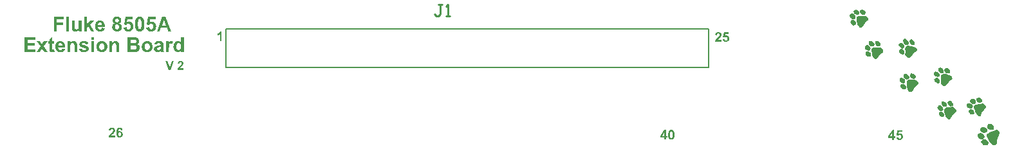
<source format=gto>
%FSLAX23Y23*%
%MOIN*%
%SFA1B1*%

%IPPOS*%
%ADD16C,0.007870*%
%ADD17C,0.010000*%
%LNfluke_8505a_board-1*%
%LPD*%
G36*
X-3679Y850D02*
X-3706D01*
X-3708Y837*
X-3708*
X-3708Y837*
X-3708Y838*
X-3707Y838*
X-3705Y838*
X-3704Y839*
X-3702Y839*
X-3700Y839*
X-3698Y840*
X-3698*
X-3697Y839*
X-3696Y839*
X-3695Y839*
X-3694Y839*
X-3693Y839*
X-3690Y838*
X-3689Y837*
X-3688Y837*
X-3686Y836*
X-3685Y835*
X-3683Y834*
X-3682Y832*
X-3682Y832*
X-3682Y832*
X-3681Y832*
X-3681Y831*
X-3681Y831*
X-3680Y830*
X-3679Y829*
X-3679Y828*
X-3678Y826*
X-3678Y825*
X-3677Y823*
X-3676Y822*
X-3676Y820*
X-3676Y818*
X-3675Y816*
X-3675Y814*
Y814*
Y814*
Y813*
X-3675Y813*
Y812*
X-3676Y811*
X-3676Y810*
X-3676Y809*
X-3677Y806*
X-3678Y803*
X-3678Y802*
X-3679Y800*
X-3680Y799*
X-3681Y797*
X-3681Y797*
X-3681Y797*
X-3682Y797*
X-3682Y796*
X-3683Y795*
X-3684Y794*
X-3685Y793*
X-3686Y792*
X-3688Y791*
X-3689Y791*
X-3691Y790*
X-3693Y789*
X-3695Y788*
X-3697Y788*
X-3699Y788*
X-3701Y787*
X-3702*
X-3703Y788*
X-3704Y788*
X-3705Y788*
X-3706Y788*
X-3707Y788*
X-3710Y789*
X-3713Y790*
X-3714Y790*
X-3716Y791*
X-3717Y792*
X-3719Y793*
X-3719Y793*
X-3719Y793*
X-3719Y794*
X-3720Y794*
X-3720Y795*
X-3721Y795*
X-3721Y796*
X-3722Y797*
X-3723Y798*
X-3723Y799*
X-3725Y802*
X-3726Y805*
X-3726Y806*
X-3726Y808*
X-3712Y810*
Y809*
X-3712Y809*
X-3712Y808*
X-3711Y807*
X-3711Y806*
X-3710Y804*
X-3709Y803*
X-3708Y802*
X-3708Y802*
X-3708Y801*
X-3707Y801*
X-3706Y800*
X-3705Y800*
X-3704Y799*
X-3703Y799*
X-3701Y799*
X-3701*
X-3700Y799*
X-3699Y799*
X-3698Y799*
X-3697Y800*
X-3696Y801*
X-3695Y802*
X-3693Y803*
X-3693Y803*
X-3693Y803*
X-3692Y804*
X-3692Y806*
X-3691Y807*
X-3691Y809*
X-3690Y811*
X-3690Y814*
Y814*
Y814*
Y815*
Y815*
X-3690Y816*
X-3691Y818*
X-3691Y820*
X-3692Y821*
X-3692Y823*
X-3693Y824*
X-3693Y825*
X-3694Y825*
X-3695Y825*
X-3696Y826*
X-3697Y827*
X-3698Y827*
X-3700Y828*
X-3702Y828*
X-3702*
X-3703Y828*
X-3704Y828*
X-3705Y827*
X-3707Y827*
X-3709Y826*
X-3710Y825*
X-3711Y824*
X-3712Y823*
X-3713Y822*
X-3725Y824*
X-3717Y864*
X-3679*
Y850*
G37*
G36*
X-3796D02*
X-3824D01*
X-3826Y837*
X-3826*
X-3826Y837*
X-3825Y838*
X-3824Y838*
X-3823Y838*
X-3821Y839*
X-3820Y839*
X-3818Y839*
X-3816Y840*
X-3815*
X-3814Y839*
X-3814Y839*
X-3813Y839*
X-3812Y839*
X-3810Y839*
X-3808Y838*
X-3806Y837*
X-3805Y837*
X-3804Y836*
X-3802Y835*
X-3801Y834*
X-3800Y832*
X-3800Y832*
X-3799Y832*
X-3799Y832*
X-3799Y831*
X-3798Y831*
X-3798Y830*
X-3797Y829*
X-3796Y828*
X-3796Y826*
X-3795Y825*
X-3794Y823*
X-3794Y822*
X-3794Y820*
X-3793Y818*
X-3793Y816*
X-3793Y814*
Y814*
Y814*
Y813*
X-3793Y813*
Y812*
X-3793Y811*
X-3793Y810*
X-3794Y809*
X-3794Y806*
X-3795Y803*
X-3796Y802*
X-3797Y800*
X-3797Y799*
X-3798Y797*
X-3799Y797*
X-3799Y797*
X-3799Y797*
X-3800Y796*
X-3800Y795*
X-3801Y794*
X-3803Y793*
X-3804Y792*
X-3805Y791*
X-3807Y791*
X-3808Y790*
X-3810Y789*
X-3812Y788*
X-3814Y788*
X-3817Y788*
X-3819Y787*
X-3820*
X-3821Y788*
X-3822Y788*
X-3823Y788*
X-3824Y788*
X-3825Y788*
X-3828Y789*
X-3831Y790*
X-3832Y790*
X-3833Y791*
X-3835Y792*
X-3836Y793*
X-3836Y793*
X-3836Y793*
X-3837Y794*
X-3837Y794*
X-3838Y795*
X-3838Y795*
X-3839Y796*
X-3839Y797*
X-3840Y798*
X-3841Y799*
X-3842Y802*
X-3843Y805*
X-3844Y806*
X-3844Y808*
X-3829Y810*
Y809*
X-3829Y809*
X-3829Y808*
X-3829Y807*
X-3828Y806*
X-3828Y804*
X-3827Y803*
X-3826Y802*
X-3826Y802*
X-3825Y801*
X-3825Y801*
X-3824Y800*
X-3823Y800*
X-3822Y799*
X-3820Y799*
X-3819Y799*
X-3819*
X-3818Y799*
X-3817Y799*
X-3816Y799*
X-3815Y800*
X-3813Y801*
X-3812Y802*
X-3811Y803*
X-3811Y803*
X-3810Y803*
X-3810Y804*
X-3809Y806*
X-3809Y807*
X-3808Y809*
X-3808Y811*
X-3808Y814*
Y814*
Y814*
Y815*
Y815*
X-3808Y816*
X-3808Y818*
X-3809Y820*
X-3809Y821*
X-3810Y823*
X-3811Y824*
X-3811Y825*
X-3812Y825*
X-3812Y825*
X-3813Y826*
X-3814Y827*
X-3816Y827*
X-3817Y828*
X-3819Y828*
X-3820*
X-3820Y828*
X-3821Y828*
X-3823Y827*
X-3825Y827*
X-3826Y826*
X-3827Y825*
X-3828Y824*
X-3829Y823*
X-3830Y822*
X-3842Y824*
X-3835Y864*
X-3796*
Y850*
G37*
G36*
X621Y226D02*
X624Y224D01*
X628Y221*
X632Y217*
X635Y212*
Y206*
Y205*
X634Y204*
X631Y201*
X629Y199*
X625Y196*
X611*
X610Y197*
X605Y201*
X601Y206*
X596Y214*
Y215*
X597Y215*
X600Y221*
X605Y226*
X610Y226*
X614Y227*
X616*
X621Y226*
G37*
G36*
X599Y260D02*
X602Y259D01*
X606Y257*
X610Y254*
X613Y249*
X617Y243*
Y242*
X616Y241*
X613Y236*
X610Y232*
X608Y230*
X606Y229*
X595*
X592Y230*
X588Y232*
X584Y235*
X581Y238*
X579Y243*
X578Y250*
Y251*
X579Y252*
X581Y256*
X587Y259*
X590Y261*
X596*
X599Y260*
G37*
G36*
X680Y276D02*
X685Y273D01*
X691Y268*
X693Y266*
X694Y263*
Y258*
X679Y225*
Y206*
Y205*
X678Y204*
X674Y201*
X673Y199*
X669Y196*
X662*
X660Y197*
X656Y199*
X651Y203*
X645Y209*
X642Y214*
X639Y218*
X635Y225*
X632Y231*
X629Y239*
X625Y248*
Y253*
X626Y255*
X628Y257*
X632Y259*
X638Y263*
X642Y265*
X647Y267*
X653Y269*
X660Y271*
X668Y274*
X677Y277*
X678*
X680Y276*
G37*
G36*
X-4126Y789D02*
X-4141D01*
Y865*
X-4126*
Y789*
G37*
G36*
X-4153Y852D02*
X-4190D01*
Y834*
X-4158*
Y821*
X-4190*
Y789*
X-4205*
Y865*
X-4153*
Y852*
G37*
G36*
X-4033Y824D02*
X-4016Y844D01*
X-3998*
X-4017Y824*
X-3997Y789*
X-4012*
X-4026Y813*
X-4033Y806*
Y789*
X-4047*
Y865*
X-4033*
Y824*
G37*
G36*
X-4062Y789D02*
X-4075D01*
Y797*
X-4075Y797*
X-4076Y796*
X-4076Y796*
X-4077Y795*
X-4078Y793*
X-4080Y792*
X-4081Y791*
X-4083Y790*
X-4083Y790*
X-4084Y790*
X-4085Y789*
X-4086Y789*
X-4088Y788*
X-4090Y788*
X-4091Y788*
X-4093Y788*
X-4094*
X-4095Y788*
X-4097Y788*
X-4098Y788*
X-4100Y789*
X-4102Y789*
X-4103Y790*
X-4104Y790*
X-4104Y791*
X-4105Y791*
X-4106Y792*
X-4107Y793*
X-4108Y794*
X-4109Y795*
X-4110Y797*
X-4110Y797*
X-4110Y798*
X-4110Y799*
X-4111Y800*
X-4111Y802*
X-4111Y804*
X-4112Y806*
X-4112Y809*
Y844*
X-4097*
Y818*
Y818*
Y818*
Y817*
Y817*
Y816*
Y815*
X-4097Y812*
X-4097Y810*
X-4097Y808*
X-4097Y807*
X-4097Y806*
X-4096Y805*
X-4096Y804*
Y804*
X-4096Y804*
X-4096Y804*
X-4096Y803*
X-4095Y802*
X-4095Y802*
X-4094Y801*
X-4094Y800*
X-4093Y800*
X-4093Y800*
X-4093Y800*
X-4092Y800*
X-4091Y799*
X-4090Y799*
X-4089Y799*
X-4088Y799*
X-4087*
X-4087Y799*
X-4086Y799*
X-4085Y799*
X-4084Y800*
X-4082Y800*
X-4081Y801*
X-4081Y801*
X-4081Y801*
X-4080Y802*
X-4080Y802*
X-4079Y803*
X-4078Y804*
X-4078Y805*
X-4077Y806*
Y806*
X-4077Y806*
Y807*
X-4077Y807*
X-4077Y808*
X-4077Y809*
X-4077Y810*
X-4077Y811*
X-4076Y812*
Y813*
X-4076Y815*
X-4076Y817*
Y818*
Y821*
Y844*
X-4062*
Y789*
G37*
G36*
X-3596D02*
X-3613D01*
X-3619Y806*
X-3650*
X-3656Y789*
X-3672*
X-3643Y865*
X-3627*
X-3596Y789*
G37*
G36*
X390Y403D02*
X395Y399D01*
X399Y392*
X400Y388*
X401Y383*
Y382*
X400Y380*
X398Y379*
X394Y375*
X385*
X384Y376*
X378Y380*
X373Y386*
X371Y390*
X370Y393*
Y394*
X371Y395*
X373Y399*
X375Y402*
X376Y404*
X389*
X390Y403*
G37*
G36*
X549Y384D02*
X552Y382D01*
X555Y380*
X559Y377*
X560Y371*
X562Y365*
Y364*
X561Y362*
X560Y360*
X555Y357*
X549*
X546Y358*
X541Y359*
X538Y362*
X535Y366*
X532Y370*
X531Y378*
X544Y385*
X547*
X549Y384*
G37*
G36*
X544Y413D02*
X547Y411D01*
X551Y406*
X555Y399*
X554Y397*
X552Y393*
X549Y390*
X549Y389*
X547Y388*
X539*
X532Y390*
X529Y392*
X526Y395*
X524Y400*
X523Y406*
Y409*
Y410*
X524Y411*
X526Y413*
X529Y414*
X542*
X544Y413*
G37*
G36*
X442Y426D02*
X447Y422D01*
X451Y415*
X452Y411*
X453Y406*
X451Y405*
X448Y402*
X444Y400*
X440Y399*
X439*
X437Y400*
X431Y404*
X425Y411*
X423Y416*
X422Y421*
X430Y427*
X441*
X442Y426*
G37*
G36*
X410Y422D02*
X414Y420D01*
X416Y417*
X418Y412*
X419Y406*
Y404*
Y403*
X418Y401*
X415Y399*
X413Y398*
X409Y396*
X406*
X404Y397*
X401Y399*
X398Y401*
X395Y405*
X393Y410*
X391Y417*
Y419*
Y420*
X392Y421*
X394Y423*
X396Y424*
X404*
X410Y422*
G37*
G36*
X651Y306D02*
X657Y302D01*
X661Y299*
X663Y295*
Y285*
Y284*
X662Y282*
X660Y279*
X655Y277*
X650*
X647Y277*
X643Y278*
X639Y280*
X635Y282*
X632Y284*
X629Y287*
X628Y289*
Y298*
Y298*
X629Y300*
X632Y303*
X634Y306*
X638Y308*
X645*
X651Y306*
G37*
G36*
X610Y291D02*
X613Y290D01*
X618Y288*
X622Y286*
X626Y283*
X629Y278*
X630Y274*
Y273*
X629Y272*
X626Y267*
X621Y263*
X616Y262*
X611Y261*
X611*
X609Y262*
X605Y263*
X601Y265*
X598Y267*
X594Y271*
X592Y276*
X591Y282*
Y283*
X592Y284*
X595Y287*
X600Y290*
X602Y292*
X607*
X610Y291*
G37*
G36*
X453Y395D02*
X459Y391D01*
X467Y385*
X468Y380*
X469Y375*
X446Y349*
Y347*
X444Y343*
X440Y337*
X437Y334*
X433Y331*
X432*
X429Y332*
X426Y334*
X421Y337*
X416Y342*
X413Y349*
X409Y360*
X407Y368*
X406Y375*
Y380*
Y381*
X407Y382*
X410Y387*
X413Y390*
X415Y392*
X416Y393*
X436*
X450Y396*
X451*
X453Y395*
G37*
G36*
X609Y413D02*
X614Y410D01*
X620Y403*
X621Y399*
X622Y393*
X621Y392*
X620Y390*
X616Y387*
X611Y382*
X608Y377*
X603Y370*
X600Y361*
X596Y351*
X591Y349*
X588*
X585Y349*
X581Y351*
X577Y355*
X571Y361*
X569Y366*
X567Y371*
X565Y377*
X562Y384*
X560Y392*
X560Y401*
X561Y403*
X563Y404*
X568Y406*
X573Y408*
X581Y411*
X592Y412*
X606Y414*
X607*
X609Y413*
G37*
G36*
X393Y371D02*
X396Y370D01*
X400Y367*
X404Y363*
X406Y359*
X406Y351*
Y350*
X406Y349*
X404Y347*
X399Y344*
X394*
X387Y347*
X384Y349*
X381Y351*
X379Y356*
X378Y362*
Y365*
Y366*
X379Y368*
X382Y370*
X386Y372*
X389*
X393Y371*
G37*
G36*
X-4302Y744D02*
X-4342D01*
Y728*
X-4305*
Y715*
X-4342*
Y694*
X-4300*
Y682*
X-4358*
Y757*
X-4302*
Y744*
G37*
G36*
X-3720Y738D02*
X-3719Y737D01*
X-3718Y737*
X-3716Y737*
X-3715Y737*
X-3713Y736*
X-3712Y736*
X-3710Y735*
X-3708Y734*
X-3706Y733*
X-3705Y732*
X-3703Y731*
X-3702Y730*
X-3702Y729*
X-3701Y729*
X-3701Y729*
X-3700Y728*
X-3700Y727*
X-3699Y726*
X-3698Y725*
X-3698Y724*
X-3697Y723*
X-3696Y721*
X-3696Y719*
X-3695Y718*
X-3694Y716*
X-3694Y714*
X-3694Y711*
X-3694Y709*
Y709*
Y709*
Y708*
X-3694Y707*
X-3694Y706*
X-3694Y705*
X-3694Y703*
X-3695Y702*
X-3695Y700*
X-3696Y699*
X-3696Y697*
X-3697Y695*
X-3698Y693*
X-3699Y692*
X-3700Y690*
X-3702Y688*
X-3702Y688*
X-3702Y688*
X-3703Y688*
X-3703Y687*
X-3704Y687*
X-3705Y686*
X-3706Y685*
X-3707Y684*
X-3709Y684*
X-3710Y683*
X-3712Y682*
X-3714Y682*
X-3716Y681*
X-3718Y681*
X-3720Y680*
X-3722Y680*
X-3723*
X-3723Y680*
X-3724*
X-3725Y681*
X-3727Y681*
X-3729Y681*
X-3731Y682*
X-3734Y683*
X-3736Y684*
X-3737*
X-3737Y684*
X-3737Y684*
X-3737Y684*
X-3739Y685*
X-3740Y686*
X-3742Y688*
X-3744Y689*
X-3745Y691*
X-3747Y694*
Y694*
X-3747Y694*
X-3747Y694*
X-3747Y695*
X-3748Y696*
X-3748Y696*
X-3748Y697*
X-3749Y698*
X-3749Y699*
X-3749Y701*
X-3750Y703*
X-3750Y706*
X-3750Y710*
Y710*
Y710*
Y711*
X-3750Y711*
Y712*
X-3750Y712*
X-3750Y714*
X-3749Y716*
X-3749Y719*
X-3748Y721*
X-3747Y724*
Y724*
X-3747Y724*
X-3746Y724*
X-3746Y725*
X-3745Y726*
X-3744Y727*
X-3743Y729*
X-3741Y731*
X-3739Y733*
X-3737Y734*
X-3737*
X-3736Y734*
X-3736Y734*
X-3736Y735*
X-3735Y735*
X-3734Y735*
X-3733Y735*
X-3732Y736*
X-3730Y737*
X-3728Y737*
X-3725Y738*
X-3722Y738*
X-3721*
X-3720Y738*
G37*
G36*
X-3997Y682D02*
X-4011D01*
Y736*
X-3997*
Y682*
G37*
G36*
X-3659Y738D02*
X-3658D01*
X-3656Y737*
X-3653Y737*
X-3651Y737*
X-3649Y736*
X-3648Y736*
X-3647Y735*
X-3646*
X-3646Y735*
X-3646Y735*
X-3645Y734*
X-3644Y734*
X-3643Y733*
X-3642Y732*
X-3641Y731*
X-3640Y729*
X-3640Y729*
X-3639Y729*
X-3639Y728*
X-3639Y727*
X-3639Y727*
X-3639Y726*
X-3638Y725*
X-3638Y724*
X-3638Y722*
X-3638Y721*
X-3638Y720*
X-3638Y718*
Y716*
X-3638Y700*
Y699*
Y699*
Y699*
Y698*
Y697*
X-3638Y695*
Y694*
X-3638Y692*
X-3638Y690*
X-3637Y689*
Y689*
X-3637Y688*
X-3637Y687*
X-3637Y687*
X-3636Y686*
X-3636Y684*
X-3635Y683*
X-3635Y682*
X-3649*
Y682*
X-3649Y682*
X-3649Y682*
X-3650Y683*
X-3650Y683*
X-3650Y684*
X-3650Y685*
X-3650Y686*
Y686*
X-3651Y686*
X-3651Y687*
X-3651Y687*
X-3651Y687*
X-3651Y687*
X-3652Y687*
X-3652Y686*
X-3653Y686*
X-3655Y685*
X-3656Y684*
X-3657Y683*
X-3659Y682*
X-3659Y682*
X-3660Y682*
X-3661Y682*
X-3662Y681*
X-3663Y681*
X-3665Y681*
X-3666Y680*
X-3668Y680*
X-3669*
X-3670Y680*
X-3670*
X-3671Y681*
X-3673Y681*
X-3675Y681*
X-3677Y682*
X-3679Y683*
X-3681Y685*
Y685*
X-3682Y685*
X-3682Y686*
X-3683Y687*
X-3684Y688*
X-3685Y690*
X-3685Y692*
X-3686Y694*
X-3686Y695*
X-3686Y696*
Y697*
Y697*
X-3686Y698*
X-3686Y699*
X-3686Y701*
X-3685Y702*
X-3685Y703*
X-3684Y705*
X-3684Y705*
X-3684Y705*
X-3683Y706*
X-3682Y707*
X-3682Y708*
X-3681Y709*
X-3679Y709*
X-3678Y710*
X-3678Y710*
X-3677Y711*
X-3676Y711*
X-3675Y711*
X-3673Y712*
X-3671Y713*
X-3669Y713*
X-3666Y714*
X-3666*
X-3666Y714*
X-3665Y714*
X-3665Y714*
X-3664Y714*
X-3663Y714*
X-3661Y715*
X-3658Y715*
X-3656Y716*
X-3654Y717*
X-3653Y717*
X-3652Y717*
Y719*
Y719*
Y719*
X-3652Y720*
X-3652Y721*
X-3653Y722*
X-3653Y723*
X-3654Y724*
X-3654Y725*
X-3654Y725*
X-3655Y725*
X-3655Y725*
X-3656Y726*
X-3657Y726*
X-3658Y726*
X-3660Y726*
X-3662Y727*
X-3663*
X-3663Y726*
X-3664Y726*
X-3665Y726*
X-3666Y726*
X-3667Y725*
X-3668Y725*
X-3668Y725*
X-3669Y725*
X-3669Y724*
X-3669Y724*
X-3670Y723*
X-3671Y722*
X-3671Y721*
X-3672Y720*
X-3685Y722*
Y722*
X-3685Y722*
X-3684Y723*
X-3684Y723*
X-3684Y724*
X-3684Y725*
X-3683Y726*
X-3682Y728*
X-3681Y730*
X-3679Y732*
X-3677Y734*
X-3677*
X-3677Y734*
X-3677Y734*
X-3676Y734*
X-3676Y735*
X-3675Y735*
X-3674Y735*
X-3673Y736*
X-3672Y736*
X-3671Y736*
X-3670Y737*
X-3668Y737*
X-3666Y737*
X-3665Y737*
X-3663Y738*
X-3659*
X-3659Y738*
G37*
G36*
X-3788Y757D02*
X-3786Y757D01*
X-3784Y757*
X-3781Y757*
X-3780Y756*
X-3779*
X-3779Y756*
X-3778Y756*
X-3777Y756*
X-3776Y755*
X-3774Y755*
X-3773Y754*
X-3772Y753*
X-3772Y753*
X-3771Y753*
X-3771Y752*
X-3770Y752*
X-3769Y751*
X-3768Y750*
X-3767Y748*
X-3766Y747*
X-3766Y747*
X-3766Y746*
X-3765Y745*
X-3765Y744*
X-3764Y743*
X-3764Y742*
X-3764Y740*
X-3764Y738*
Y738*
Y738*
Y737*
X-3764Y736*
X-3764Y735*
X-3764Y733*
X-3765Y732*
X-3765Y730*
X-3766Y728*
X-3767Y728*
X-3767Y728*
X-3768Y727*
X-3768Y726*
X-3770Y725*
X-3771Y724*
X-3772Y723*
X-3774Y722*
X-3774*
X-3774Y722*
X-3773Y721*
X-3773Y721*
X-3772Y721*
X-3770Y720*
X-3769Y719*
X-3767Y718*
X-3765Y717*
X-3764Y715*
X-3763Y715*
X-3763Y714*
X-3762Y713*
X-3762Y712*
X-3761Y710*
X-3760Y708*
X-3760Y706*
X-3760Y703*
Y703*
Y703*
Y703*
X-3760Y702*
X-3760Y700*
X-3760Y699*
X-3761Y697*
X-3761Y695*
X-3762Y693*
X-3762Y693*
X-3763Y693*
X-3763Y692*
X-3764Y691*
X-3765Y689*
X-3766Y688*
X-3767Y687*
X-3769Y686*
X-3769Y686*
X-3770Y685*
X-3770Y685*
X-3772Y684*
X-3773Y683*
X-3775Y683*
X-3777Y682*
X-3779Y682*
X-3779*
X-3780Y682*
X-3781*
X-3782Y682*
X-3784*
X-3785Y682*
X-3788*
X-3790Y682*
X-3823*
Y757*
X-3790*
X-3788Y757*
G37*
G36*
X-3600Y589D02*
X-3610D01*
X-3626Y634*
X-3617*
X-3605Y601*
X-3594Y634*
X-3584*
X-3600Y589*
G37*
G36*
X-3548Y635D02*
X-3547Y635D01*
X-3547Y635*
X-3546Y634*
X-3545Y634*
X-3543Y634*
X-3542Y633*
X-3541Y633*
X-3540Y632*
X-3539Y632*
X-3538Y631*
X-3538Y631*
X-3538Y631*
X-3538Y631*
X-3538Y630*
X-3537Y630*
X-3537Y630*
X-3537Y629*
X-3536Y629*
X-3536Y627*
X-3535Y626*
X-3535Y625*
X-3535Y624*
X-3535Y623*
X-3534Y622*
Y622*
Y621*
X-3535Y621*
X-3535Y620*
X-3535Y619*
X-3535Y618*
X-3535Y617*
X-3536Y616*
X-3536Y616*
X-3536Y616*
X-3536Y615*
X-3536Y614*
X-3537Y614*
X-3537Y613*
X-3538Y612*
X-3539Y610*
X-3539Y610*
X-3539Y610*
X-3540Y610*
X-3540Y609*
X-3541Y608*
X-3542Y607*
X-3543Y606*
X-3545Y605*
X-3545Y604*
X-3545Y604*
X-3545Y604*
X-3545Y604*
X-3546Y603*
X-3547Y603*
X-3548Y602*
X-3549Y601*
X-3549Y600*
X-3550Y600*
X-3550Y600*
X-3550Y599*
X-3550Y599*
X-3550Y599*
X-3551Y599*
X-3551Y598*
X-3552Y597*
X-3534*
Y589*
X-3565*
Y589*
Y589*
X-3565Y590*
X-3565Y590*
X-3565Y590*
X-3565Y591*
X-3564Y592*
X-3564Y593*
X-3563Y595*
X-3563Y596*
X-3562Y598*
Y598*
X-3562Y598*
X-3562Y598*
X-3561Y598*
X-3561Y599*
X-3561Y599*
X-3560Y600*
X-3560Y601*
X-3559Y601*
X-3559Y602*
X-3558Y603*
X-3557Y604*
X-3556Y605*
X-3555Y606*
X-3554Y607*
X-3552Y609*
X-3552Y609*
X-3552Y609*
X-3552Y609*
X-3551Y610*
X-3551Y610*
X-3550Y610*
X-3549Y612*
X-3548Y613*
X-3547Y614*
X-3546Y615*
X-3546Y615*
X-3545Y616*
X-3545Y616*
X-3545Y616*
X-3545Y617*
X-3544Y617*
X-3544Y618*
X-3544Y619*
X-3543Y620*
X-3543Y620*
X-3543Y621*
Y621*
Y622*
Y622*
X-3543Y622*
X-3543Y623*
X-3544Y624*
X-3544Y625*
X-3544Y625*
X-3545Y626*
X-3545Y626*
X-3545Y626*
X-3545Y626*
X-3546Y627*
X-3547Y627*
X-3547Y627*
X-3548Y627*
X-3549Y628*
X-3550*
X-3550Y627*
X-3551Y627*
X-3551Y627*
X-3552Y627*
X-3553Y626*
X-3553Y626*
X-3554Y626*
X-3554Y626*
X-3554Y625*
X-3554Y625*
X-3555Y624*
X-3555Y623*
X-3555Y622*
X-3555Y620*
X-3564Y621*
Y621*
X-3564Y622*
Y622*
X-3564Y622*
X-3564Y623*
X-3563Y624*
X-3563Y624*
X-3563Y625*
X-3562Y627*
X-3562Y629*
X-3561Y629*
X-3560Y630*
X-3560Y631*
X-3559Y632*
X-3559Y632*
X-3559Y632*
X-3559Y632*
X-3558Y632*
X-3558Y632*
X-3557Y633*
X-3557Y633*
X-3556Y633*
X-3556Y633*
X-3555Y634*
X-3553Y634*
X-3551Y635*
X-3550Y635*
X-3549Y635*
X-3548*
X-3548Y635*
G37*
G36*
X-4213Y736D02*
X-4203D01*
Y725*
X-4213*
Y703*
Y703*
Y702*
Y702*
Y702*
Y701*
Y699*
X-4213Y698*
Y697*
Y696*
X-4213Y695*
Y695*
X-4213Y695*
X-4213Y694*
X-4213Y694*
X-4212Y693*
X-4212Y693*
X-4211Y693*
X-4210Y693*
X-4209Y692*
X-4209*
X-4209Y693*
X-4208Y693*
X-4207Y693*
X-4206Y693*
X-4205Y693*
X-4204Y694*
X-4202Y682*
X-4202*
X-4202Y682*
X-4203Y682*
X-4204Y682*
X-4206Y681*
X-4207Y681*
X-4209Y681*
X-4211Y680*
X-4214Y680*
X-4214*
X-4215Y680*
X-4216Y681*
X-4217Y681*
X-4218Y681*
X-4220Y681*
X-4221Y682*
X-4221Y682*
X-4221Y682*
X-4222Y682*
X-4223Y683*
X-4224Y684*
X-4225Y684*
X-4226Y685*
X-4226Y685*
X-4226Y686*
X-4226Y686*
X-4226Y687*
X-4227Y687*
X-4227Y688*
X-4227Y689*
X-4227Y691*
Y691*
X-4228Y691*
Y692*
X-4228Y693*
X-4228Y694*
Y696*
X-4228Y697*
Y698*
Y700*
Y701*
Y725*
X-4235*
Y736*
X-4228*
Y747*
X-4213Y756*
Y736*
G37*
G36*
X-3955Y738D02*
X-3954Y737D01*
X-3953Y737*
X-3951Y737*
X-3950Y737*
X-3948Y736*
X-3946Y736*
X-3945Y735*
X-3943Y734*
X-3941Y733*
X-3940Y732*
X-3938Y731*
X-3937Y730*
X-3936Y729*
X-3936Y729*
X-3936Y729*
X-3935Y728*
X-3935Y727*
X-3934Y726*
X-3933Y725*
X-3932Y724*
X-3932Y723*
X-3931Y721*
X-3930Y719*
X-3930Y718*
X-3929Y716*
X-3929Y714*
X-3929Y711*
X-3929Y709*
Y709*
Y709*
Y708*
X-3929Y707*
X-3929Y706*
X-3929Y705*
X-3929Y703*
X-3930Y702*
X-3930Y700*
X-3931Y699*
X-3931Y697*
X-3932Y695*
X-3933Y693*
X-3934Y692*
X-3935Y690*
X-3937Y688*
X-3937Y688*
X-3937Y688*
X-3937Y688*
X-3938Y687*
X-3939Y687*
X-3940Y686*
X-3941Y685*
X-3942Y684*
X-3944Y684*
X-3945Y683*
X-3947Y682*
X-3949Y682*
X-3950Y681*
X-3952Y681*
X-3955Y680*
X-3957Y680*
X-3958*
X-3958Y680*
X-3959*
X-3960Y681*
X-3961Y681*
X-3964Y681*
X-3966Y682*
X-3969Y683*
X-3971Y684*
X-3971*
X-3972Y684*
X-3972Y684*
X-3972Y684*
X-3974Y685*
X-3975Y686*
X-3977Y688*
X-3979Y689*
X-3980Y691*
X-3982Y694*
Y694*
X-3982Y694*
X-3982Y694*
X-3982Y695*
X-3982Y696*
X-3983Y696*
X-3983Y697*
X-3983Y698*
X-3984Y699*
X-3984Y701*
X-3985Y703*
X-3985Y706*
X-3985Y710*
Y710*
Y710*
Y711*
X-3985Y711*
Y712*
X-3985Y712*
X-3985Y714*
X-3984Y716*
X-3984Y719*
X-3983Y721*
X-3982Y724*
Y724*
X-3981Y724*
X-3981Y724*
X-3981Y725*
X-3980Y726*
X-3979Y727*
X-3978Y729*
X-3976Y731*
X-3974Y733*
X-3972Y734*
X-3972*
X-3971Y734*
X-3971Y734*
X-3970Y735*
X-3970Y735*
X-3969Y735*
X-3968Y735*
X-3967Y736*
X-3965Y737*
X-3963Y737*
X-3960Y738*
X-3957Y738*
X-3956*
X-3955Y738*
G37*
G36*
X-4171D02*
X-4170Y737D01*
X-4168Y737*
X-4167Y737*
X-4166Y737*
X-4164Y736*
X-4163Y736*
X-4161Y735*
X-4159Y734*
X-4158Y733*
X-4156Y732*
X-4155Y731*
X-4153Y729*
X-4153Y729*
X-4153Y729*
X-4153Y729*
X-4152Y728*
X-4152Y727*
X-4151Y726*
X-4151Y725*
X-4150Y723*
X-4149Y722*
X-4149Y720*
X-4148Y718*
X-4147Y716*
X-4147Y713*
X-4147Y711*
X-4146Y708*
Y705*
X-4183*
Y705*
Y704*
Y704*
X-4183Y704*
X-4183Y703*
X-4182Y701*
X-4182Y700*
X-4181Y698*
X-4180Y696*
X-4179Y695*
X-4179Y695*
X-4179Y694*
X-4178Y694*
X-4177Y693*
X-4176Y692*
X-4174Y692*
X-4173Y691*
X-4171Y691*
X-4170*
X-4170Y691*
X-4169Y691*
X-4168Y692*
X-4167Y692*
X-4166Y692*
X-4165Y693*
X-4165Y693*
X-4165Y693*
X-4164Y694*
X-4164Y694*
X-4163Y695*
X-4163Y696*
X-4162Y698*
X-4162Y699*
X-4147Y697*
Y697*
X-4147Y696*
X-4148Y696*
X-4148Y695*
X-4148Y695*
X-4148Y694*
X-4149Y692*
X-4151Y690*
X-4152Y688*
X-4154Y686*
X-4156Y685*
X-4156*
X-4156Y684*
X-4157Y684*
X-4157Y684*
X-4158Y684*
X-4159Y683*
X-4159Y683*
X-4160Y682*
X-4162Y682*
X-4165Y681*
X-4168Y681*
X-4171Y680*
X-4172*
X-4172Y680*
X-4173*
X-4175Y681*
X-4176Y681*
X-4178Y681*
X-4179Y682*
X-4181Y682*
X-4183Y683*
X-4184Y683*
X-4186Y684*
X-4188Y685*
X-4189Y687*
X-4191Y688*
X-4192Y690*
X-4192Y690*
X-4193Y690*
X-4193Y690*
X-4193Y691*
X-4193Y692*
X-4194Y693*
X-4194Y694*
X-4195Y695*
X-4195Y696*
X-4196Y698*
X-4196Y699*
X-4197Y701*
X-4197Y703*
X-4197Y704*
X-4198Y707*
X-4198Y709*
Y709*
Y709*
Y710*
X-4198Y711*
X-4197Y712*
X-4197Y713*
X-4197Y715*
X-4197Y716*
X-4196Y720*
X-4195Y721*
X-4195Y723*
X-4194Y725*
X-4193Y727*
X-4192Y728*
X-4191Y730*
X-4190Y730*
X-4190Y730*
X-4190Y731*
X-4189Y731*
X-4189Y732*
X-4188Y732*
X-4187Y733*
X-4186Y734*
X-4184Y734*
X-4183Y735*
X-4182Y736*
X-4180Y736*
X-4178Y737*
X-4176Y737*
X-4175Y738*
X-4173Y738*
X-4171*
X-4171Y738*
G37*
G36*
X-3997Y744D02*
X-4011D01*
Y757*
X-3997*
Y744*
G37*
G36*
X-3532Y682D02*
X-3546D01*
Y690*
X-3546Y689*
X-3546Y689*
X-3547Y688*
X-3548Y687*
X-3549Y686*
X-3550Y685*
X-3552Y684*
X-3554Y683*
X-3554Y682*
X-3554Y682*
X-3555Y682*
X-3556Y681*
X-3558Y681*
X-3559Y681*
X-3561Y680*
X-3563Y680*
X-3564*
X-3564Y680*
X-3565Y681*
X-3566Y681*
X-3567Y681*
X-3568Y681*
X-3570Y682*
X-3571Y682*
X-3572Y683*
X-3574Y684*
X-3575Y684*
X-3576Y685*
X-3578Y687*
X-3579Y688*
X-3579Y688*
X-3579Y688*
X-3580Y689*
X-3580Y689*
X-3581Y690*
X-3581Y691*
X-3582Y692*
X-3582Y694*
X-3583Y695*
X-3584Y696*
X-3584Y698*
X-3585Y700*
X-3585Y702*
X-3585Y704*
X-3586Y707*
X-3586Y709*
Y709*
Y710*
Y710*
X-3586Y711*
X-3585Y713*
X-3585Y714*
X-3585Y715*
X-3585Y717*
X-3584Y721*
X-3584Y722*
X-3583Y724*
X-3582Y726*
X-3581Y727*
X-3580Y729*
X-3579Y730*
X-3579Y730*
X-3579Y731*
X-3579Y731*
X-3578Y732*
X-3577Y732*
X-3577Y733*
X-3576Y733*
X-3575Y734*
X-3574Y735*
X-3572Y735*
X-3570Y737*
X-3568Y737*
X-3566Y737*
X-3564Y738*
X-3563Y738*
X-3562*
X-3561Y738*
X-3560Y737*
X-3559Y737*
X-3558Y737*
X-3557Y737*
X-3556Y736*
X-3555Y736*
X-3553Y735*
X-3552Y734*
X-3551Y734*
X-3549Y733*
X-3548Y731*
X-3547Y730*
Y757*
X-3532*
Y682*
G37*
G36*
X-3877Y865D02*
X-3876Y865D01*
X-3875Y865*
X-3874Y865*
X-3872Y864*
X-3870Y864*
X-3867Y863*
X-3866Y862*
X-3864Y861*
X-3863Y860*
X-3862Y859*
X-3862Y859*
X-3861Y859*
X-3861Y859*
X-3861Y858*
X-3860Y858*
X-3860Y857*
X-3859Y856*
X-3858Y853*
X-3857Y851*
X-3856Y848*
X-3856Y847*
X-3856Y845*
Y845*
Y845*
Y845*
X-3856Y844*
X-3856Y842*
X-3856Y841*
X-3857Y839*
X-3858Y838*
X-3859Y836*
X-3859Y836*
X-3859Y835*
X-3860Y835*
X-3860Y834*
X-3862Y833*
X-3863Y832*
X-3864Y831*
X-3866Y830*
X-3866*
X-3866Y830*
X-3866Y830*
X-3865Y829*
X-3864Y829*
X-3863Y828*
X-3861Y827*
X-3859Y825*
X-3858Y824*
X-3857Y822*
X-3856Y822*
X-3856Y821*
X-3855Y820*
X-3855Y819*
X-3854Y817*
X-3854Y815*
X-3853Y813*
X-3853Y811*
Y811*
Y811*
Y810*
X-3853Y809*
X-3853Y808*
X-3854Y807*
X-3854Y806*
X-3854Y805*
X-3855Y802*
X-3855Y801*
X-3856Y799*
X-3857Y798*
X-3858Y797*
X-3859Y795*
X-3860Y794*
X-3860Y794*
X-3860Y794*
X-3861Y793*
X-3861Y793*
X-3862Y792*
X-3863Y792*
X-3864Y791*
X-3865Y791*
X-3866Y790*
X-3867Y790*
X-3869Y789*
X-3870Y788*
X-3872Y788*
X-3874Y788*
X-3876Y788*
X-3878Y787*
X-3879*
X-3880Y788*
X-3880Y788*
X-3881Y788*
X-3883Y788*
X-3884Y788*
X-3887Y789*
X-3889Y790*
X-3891Y790*
X-3892Y791*
X-3894Y792*
X-3895Y793*
X-3895Y793*
X-3895Y793*
X-3896Y793*
X-3896Y794*
X-3897Y795*
X-3898Y795*
X-3898Y796*
X-3899Y797*
X-3900Y799*
X-3901Y800*
X-3901Y801*
X-3902Y803*
X-3902Y805*
X-3903Y806*
X-3903Y808*
X-3903Y810*
Y811*
Y811*
Y811*
Y812*
X-3903Y813*
X-3903Y814*
X-3902Y816*
X-3902Y818*
X-3901Y820*
X-3900Y822*
Y822*
X-3900Y822*
X-3900Y823*
X-3899Y824*
X-3898Y825*
X-3896Y826*
X-3895Y827*
X-3893Y829*
X-3891Y830*
X-3891*
X-3891Y830*
X-3891Y830*
X-3892Y831*
X-3894Y831*
X-3895Y832*
X-3896Y833*
X-3898Y835*
X-3899Y836*
X-3899Y836*
X-3899Y837*
X-3900Y838*
X-3900Y839*
X-3900Y840*
X-3901Y842*
X-3901Y844*
X-3901Y845*
Y845*
Y846*
Y846*
X-3901Y847*
X-3901Y847*
X-3901Y848*
X-3900Y850*
X-3900Y852*
X-3899Y855*
X-3898Y856*
X-3897Y857*
X-3896Y858*
X-3895Y859*
X-3895Y859*
X-3895Y860*
X-3895Y860*
X-3894Y860*
X-3894Y861*
X-3893Y861*
X-3892Y862*
X-3891Y862*
X-3890Y863*
X-3889Y863*
X-3887Y864*
X-3886Y864*
X-3884Y864*
X-3882Y865*
X-3880Y865*
X-3879Y865*
X-3877*
X-3877Y865*
G37*
G36*
X-3965Y845D02*
X-3964Y845D01*
X-3963Y845*
X-3962Y844*
X-3960Y844*
X-3959Y844*
X-3957Y843*
X-3955Y842*
X-3954Y841*
X-3952Y841*
X-3951Y839*
X-3949Y838*
X-3948Y837*
X-3948Y837*
X-3948Y836*
X-3947Y836*
X-3947Y835*
X-3946Y834*
X-3946Y833*
X-3945Y832*
X-3944Y831*
X-3944Y829*
X-3943Y827*
X-3943Y825*
X-3942Y823*
X-3942Y820*
X-3941Y818*
X-3941Y815*
Y812*
X-3977*
Y812*
Y812*
Y811*
X-3977Y811*
X-3977Y810*
X-3977Y808*
X-3976Y807*
X-3976Y805*
X-3975Y803*
X-3974Y802*
X-3974Y802*
X-3973Y801*
X-3973Y801*
X-3972Y800*
X-3970Y800*
X-3969Y799*
X-3967Y799*
X-3966Y798*
X-3965*
X-3964Y799*
X-3964Y799*
X-3963Y799*
X-3962Y799*
X-3961Y800*
X-3960Y800*
X-3960Y800*
X-3959Y801*
X-3959Y801*
X-3959Y802*
X-3958Y803*
X-3957Y804*
X-3957Y805*
X-3956Y806*
X-3942Y804*
Y804*
X-3942Y804*
X-3942Y803*
X-3942Y803*
X-3943Y802*
X-3943Y801*
X-3944Y799*
X-3945Y798*
X-3947Y795*
X-3949Y794*
X-3951Y792*
X-3951*
X-3951Y792*
X-3951Y791*
X-3952Y791*
X-3952Y791*
X-3953Y791*
X-3954Y790*
X-3955Y790*
X-3957Y789*
X-3960Y788*
X-3962Y788*
X-3966Y788*
X-3966*
X-3967Y788*
X-3968*
X-3969Y788*
X-3971Y788*
X-3972Y788*
X-3974Y789*
X-3975Y789*
X-3977Y790*
X-3979Y791*
X-3981Y792*
X-3982Y793*
X-3984Y794*
X-3985Y795*
X-3987Y797*
X-3987Y797*
X-3987Y797*
X-3987Y798*
X-3988Y798*
X-3988Y799*
X-3988Y800*
X-3989Y801*
X-3989Y802*
X-3990Y803*
X-3990Y805*
X-3991Y806*
X-3991Y808*
X-3992Y810*
X-3992Y812*
X-3992Y814*
X-3992Y816*
Y816*
Y816*
Y817*
X-3992Y818*
X-3992Y819*
X-3992Y821*
X-3992Y822*
X-3991Y824*
X-3990Y827*
X-3990Y829*
X-3989Y831*
X-3988Y832*
X-3987Y834*
X-3986Y836*
X-3985Y837*
X-3985Y837*
X-3985Y838*
X-3984Y838*
X-3984Y838*
X-3983Y839*
X-3982Y840*
X-3981Y840*
X-3980Y841*
X-3979Y842*
X-3978Y843*
X-3976Y843*
X-3974Y844*
X-3973Y844*
X-3971Y845*
X-3969Y845*
X-3967Y845*
X-3966*
X-3965Y845*
G37*
G36*
X-3759Y865D02*
X-3758Y865D01*
X-3757Y865*
X-3756Y864*
X-3755Y864*
X-3753Y864*
X-3752Y863*
X-3750Y862*
X-3749Y862*
X-3748Y861*
X-3746Y860*
X-3745Y858*
X-3744Y857*
X-3744Y857*
X-3743Y857*
X-3743Y856*
X-3742Y855*
X-3742Y854*
X-3741Y853*
X-3741Y852*
X-3740Y850*
X-3739Y848*
X-3739Y845*
X-3738Y843*
X-3737Y840*
X-3737Y837*
X-3737Y834*
X-3736Y830*
X-3736Y826*
Y826*
Y826*
Y826*
Y825*
Y824*
X-3736Y823*
X-3736Y821*
X-3737Y819*
X-3737Y817*
X-3737Y814*
X-3738Y812*
X-3738Y809*
X-3739Y807*
X-3739Y804*
X-3740Y802*
X-3741Y799*
X-3742Y797*
X-3744Y795*
X-3744Y795*
X-3744Y795*
X-3744Y794*
X-3745Y794*
X-3745Y793*
X-3746Y793*
X-3747Y792*
X-3748Y791*
X-3749Y791*
X-3751Y790*
X-3752Y789*
X-3753Y789*
X-3755Y788*
X-3757Y788*
X-3759Y788*
X-3761Y787*
X-3761*
X-3762Y788*
X-3763*
X-3764Y788*
X-3765Y788*
X-3766Y788*
X-3767Y789*
X-3769Y789*
X-3770Y790*
X-3772Y790*
X-3773Y791*
X-3774Y792*
X-3776Y793*
X-3777Y794*
X-3779Y796*
X-3779Y796*
X-3779Y796*
X-3779Y797*
X-3780Y798*
X-3780Y798*
X-3781Y800*
X-3781Y801*
X-3782Y803*
X-3783Y805*
X-3783Y807*
X-3784Y810*
X-3784Y812*
X-3785Y815*
X-3785Y819*
X-3785Y822*
X-3785Y826*
Y826*
Y826*
Y827*
Y827*
Y828*
X-3785Y830*
X-3785Y832*
X-3785Y834*
X-3785Y836*
X-3784Y838*
X-3784Y841*
X-3784Y843*
X-3783Y846*
X-3782Y848*
X-3781Y851*
X-3780Y853*
X-3779Y855*
X-3778Y857*
X-3778Y857*
X-3778Y857*
X-3777Y858*
X-3777Y858*
X-3776Y859*
X-3775Y860*
X-3774Y860*
X-3773Y861*
X-3772Y862*
X-3771Y862*
X-3770Y863*
X-3768Y864*
X-3766Y864*
X-3765Y865*
X-3763Y865*
X-3761Y865*
X-3760*
X-3759Y865*
G37*
G36*
X-4258Y710D02*
X-4237Y682D01*
X-4255*
X-4266Y699*
X-4278Y682*
X-4294*
X-4275Y710*
X-4294Y736*
X-4276*
X-4266Y721*
X-4256Y736*
X-4239*
X-4258Y710*
G37*
G36*
X-4047Y738D02*
X-4046Y737D01*
X-4045Y737*
X-4044Y737*
X-4041Y737*
X-4038Y736*
X-4036Y735*
X-4034Y735*
X-4033Y734*
X-4033*
X-4033Y734*
X-4032Y733*
X-4032Y732*
X-4030Y731*
X-4029Y730*
X-4028Y728*
X-4027Y726*
X-4026Y723*
X-4039Y721*
Y721*
X-4040Y721*
X-4040Y722*
X-4040Y722*
X-4041Y723*
X-4041Y724*
X-4042Y725*
X-4043Y726*
X-4043Y726*
X-4043Y726*
X-4044Y726*
X-4045Y726*
X-4046Y727*
X-4047Y727*
X-4048Y727*
X-4050Y727*
X-4051*
X-4052Y727*
X-4053Y727*
X-4054Y727*
X-4056Y727*
X-4057Y726*
X-4058Y726*
X-4058*
X-4058Y725*
X-4059Y725*
X-4059Y724*
X-4060Y723*
X-4060Y723*
Y723*
Y722*
X-4059Y722*
X-4059Y721*
X-4059Y721*
X-4058Y720*
X-4058Y720*
X-4058Y720*
X-4058Y720*
X-4057Y720*
X-4057Y719*
X-4056Y719*
X-4055Y719*
X-4054Y718*
X-4053Y718*
X-4052Y718*
X-4050Y717*
X-4049Y717*
X-4047Y716*
X-4045Y716*
X-4045*
X-4044Y716*
X-4044Y716*
X-4043Y715*
X-4042Y715*
X-4041Y715*
X-4038Y714*
X-4036Y713*
X-4033Y712*
X-4032Y711*
X-4031Y711*
X-4030Y710*
X-4029Y709*
X-4028Y709*
X-4028Y709*
X-4027Y708*
X-4026Y707*
X-4025Y705*
X-4025Y703*
X-4024Y701*
X-4024Y699*
Y699*
Y698*
Y698*
X-4024Y697*
X-4024Y697*
X-4024Y696*
X-4025Y694*
X-4026Y692*
X-4026Y691*
X-4027Y690*
X-4027Y689*
X-4028Y688*
X-4029Y687*
X-4030Y686*
X-4030Y686*
X-4031Y686*
X-4031Y685*
X-4032Y685*
X-4032Y685*
X-4033Y684*
X-4034Y684*
X-4035Y683*
X-4036Y683*
X-4038Y682*
X-4039Y682*
X-4041Y681*
X-4043Y681*
X-4045Y681*
X-4047Y680*
X-4049Y680*
X-4050*
X-4051Y680*
X-4052*
X-4053Y681*
X-4054Y681*
X-4055Y681*
X-4058Y681*
X-4061Y682*
X-4064Y683*
X-4065Y684*
X-4067Y685*
X-4067Y685*
X-4067Y685*
X-4067Y685*
X-4068Y686*
X-4069Y687*
X-4070Y688*
X-4072Y690*
X-4073Y692*
X-4074Y694*
X-4075Y697*
X-4061Y699*
Y699*
X-4060Y699*
X-4060Y698*
X-4060Y697*
X-4059Y696*
X-4059Y695*
X-4058Y694*
X-4057Y693*
X-4057Y693*
X-4056Y693*
X-4056Y692*
X-4055Y692*
X-4054Y692*
X-4052Y691*
X-4051Y691*
X-4049Y691*
X-4048*
X-4047Y691*
X-4046Y691*
X-4044Y691*
X-4043Y692*
X-4042Y692*
X-4040Y693*
X-4040Y693*
X-4040Y693*
X-4040Y694*
X-4039Y694*
X-4039Y694*
X-4039Y695*
X-4039Y696*
X-4039Y697*
Y697*
Y697*
X-4039Y698*
X-4039Y699*
X-4040Y700*
X-4040Y700*
X-4040Y700*
X-4041Y700*
X-4041Y700*
X-4042Y701*
X-4043Y701*
X-4044Y701*
X-4045*
X-4045Y702*
X-4046Y702*
X-4047Y702*
X-4049Y702*
X-4050Y703*
X-4052Y703*
X-4054Y704*
X-4058Y705*
X-4059Y705*
X-4061Y706*
X-4063Y707*
X-4064Y707*
X-4066Y708*
X-4067Y708*
X-4067Y709*
X-4067Y709*
X-4067Y709*
X-4068Y709*
X-4069Y710*
X-4070Y712*
X-4071Y714*
X-4072Y716*
X-4073Y717*
X-4073Y718*
X-4073Y719*
X-4073Y721*
Y721*
Y721*
Y721*
X-4073Y722*
X-4073Y723*
X-4073Y723*
X-4073Y725*
X-4072Y727*
X-4071Y729*
X-4070Y730*
X-4069Y731*
X-4069Y732*
X-4068Y733*
X-4067Y733*
X-4067Y733*
X-4067Y733*
X-4066Y734*
X-4066Y734*
X-4065Y734*
X-4064Y735*
X-4063Y735*
X-4062Y736*
X-4061Y736*
X-4059Y737*
X-4058Y737*
X-4056Y737*
X-4054Y737*
X-4052Y738*
X-4048*
X-4047Y738*
G37*
G36*
X-4102D02*
X-4100Y737D01*
X-4099Y737*
X-4098Y737*
X-4096Y736*
X-4095Y736*
X-4094Y736*
X-4094Y736*
X-4093Y735*
X-4092Y735*
X-4091Y734*
X-4090Y733*
X-4089Y732*
X-4088Y731*
X-4088Y731*
X-4088Y731*
X-4088Y730*
X-4087Y730*
X-4087Y729*
X-4086Y728*
X-4086Y727*
X-4086Y725*
Y725*
X-4086Y725*
X-4085Y724*
X-4085Y723*
X-4085Y721*
X-4085Y720*
X-4085Y718*
Y716*
Y682*
X-4099*
Y709*
Y710*
Y710*
Y710*
Y711*
Y712*
Y712*
X-4099Y714*
X-4099Y716*
X-4100Y718*
X-4100Y720*
X-4100Y720*
X-4100Y721*
Y721*
X-4100Y721*
X-4101Y722*
X-4101Y722*
X-4102Y724*
X-4103Y724*
X-4103Y725*
X-4103Y725*
X-4104Y725*
X-4104Y725*
X-4105Y726*
X-4106Y726*
X-4106Y726*
X-4107Y726*
X-4108Y727*
X-4109*
X-4110Y726*
X-4111Y726*
X-4112Y726*
X-4113Y726*
X-4114Y725*
X-4115Y724*
X-4115Y724*
X-4116Y724*
X-4116Y724*
X-4117Y723*
X-4117Y722*
X-4118Y721*
X-4119Y720*
X-4119Y719*
Y719*
X-4119Y718*
X-4119Y717*
X-4120Y716*
X-4120Y715*
X-4120Y714*
X-4120Y713*
Y712*
X-4120Y711*
X-4120Y709*
Y708*
Y706*
Y682*
X-4135*
Y736*
X-4121*
Y728*
X-4121Y728*
X-4121Y729*
X-4121Y729*
X-4120Y730*
X-4119Y731*
X-4119Y731*
X-4118Y732*
X-4116Y733*
X-4115Y734*
X-4114Y735*
X-4112Y735*
X-4111Y736*
X-4109Y737*
X-4107Y737*
X-4105Y738*
X-4103Y738*
X-4103*
X-4102Y738*
G37*
G36*
X-3596D02*
X-3595Y737D01*
X-3594Y737*
X-3592Y736*
X-3590Y736*
X-3589Y735*
X-3593Y722*
X-3593Y722*
X-3594Y723*
X-3595Y723*
X-3596Y723*
X-3597Y724*
X-3598Y724*
X-3599Y725*
X-3600Y725*
X-3601*
X-3601Y725*
X-3602Y724*
X-3603Y724*
X-3603Y724*
X-3604Y723*
X-3605Y723*
X-3605Y723*
X-3606Y723*
X-3606Y722*
X-3606Y721*
X-3607Y721*
X-3608Y720*
X-3608Y718*
X-3609Y717*
Y717*
X-3609Y716*
X-3609Y716*
Y715*
X-3609Y715*
X-3609Y714*
X-3609Y713*
X-3609Y712*
X-3609Y710*
X-3609Y709*
Y707*
X-3610Y705*
X-3610Y703*
Y701*
Y698*
Y682*
X-3624*
Y736*
X-3611*
Y729*
X-3611Y729*
X-3610Y729*
X-3610Y730*
X-3609Y732*
X-3608Y733*
X-3607Y734*
X-3606Y735*
X-3605Y736*
X-3604Y736*
X-3604Y736*
X-3603Y736*
X-3603Y737*
X-3602Y737*
X-3601Y737*
X-3600Y738*
X-3598Y738*
X-3597*
X-3596Y738*
G37*
G36*
X-3884D02*
X-3883Y737D01*
X-3882Y737*
X-3880Y737*
X-3879Y736*
X-3877Y736*
X-3877Y736*
X-3877Y736*
X-3876Y735*
X-3875Y735*
X-3874Y734*
X-3873Y733*
X-3872Y732*
X-3871Y731*
X-3871Y731*
X-3871Y731*
X-3870Y730*
X-3870Y730*
X-3869Y729*
X-3869Y728*
X-3869Y727*
X-3868Y725*
Y725*
X-3868Y725*
X-3868Y724*
X-3868Y723*
X-3868Y721*
X-3867Y720*
X-3867Y718*
Y716*
Y682*
X-3882*
Y709*
Y710*
Y710*
Y710*
Y711*
Y712*
Y712*
X-3882Y714*
X-3882Y716*
X-3882Y718*
X-3883Y720*
X-3883Y720*
X-3883Y721*
Y721*
X-3883Y721*
X-3883Y722*
X-3884Y722*
X-3885Y724*
X-3885Y724*
X-3886Y725*
X-3886Y725*
X-3886Y725*
X-3887Y725*
X-3887Y726*
X-3888Y726*
X-3889Y726*
X-3890Y726*
X-3891Y727*
X-3892*
X-3892Y726*
X-3893Y726*
X-3894Y726*
X-3895Y726*
X-3897Y725*
X-3898Y724*
X-3898Y724*
X-3898Y724*
X-3899Y724*
X-3899Y723*
X-3900Y722*
X-3901Y721*
X-3901Y720*
X-3902Y719*
Y719*
X-3902Y718*
X-3902Y717*
X-3902Y716*
X-3902Y715*
X-3903Y714*
X-3903Y713*
Y712*
X-3903Y711*
X-3903Y709*
Y708*
Y706*
Y682*
X-3917*
Y736*
X-3904*
Y728*
X-3904Y728*
X-3904Y729*
X-3903Y729*
X-3903Y730*
X-3902Y731*
X-3901Y731*
X-3900Y732*
X-3899Y733*
X-3898Y734*
X-3896Y735*
X-3895Y735*
X-3893Y736*
X-3892Y737*
X-3890Y737*
X-3888Y738*
X-3886Y738*
X-3885*
X-3884Y738*
G37*
G36*
X2Y867D02*
X4Y865D01*
X6Y863*
X8Y860*
X12Y855*
Y848*
X11Y847*
X8Y845*
X4Y841*
X0Y836*
X-5Y830*
X-11Y822*
X-16Y814*
X-21Y806*
X-25*
X-27Y807*
X-31Y809*
X-35Y811*
X-39Y817*
X-43Y825*
X-45Y830*
X-46Y836*
X-46Y842*
Y851*
Y863*
X-39Y869*
X0*
X2Y867*
G37*
G36*
X207Y749D02*
X213Y745D01*
X220Y739*
X221Y734*
X222Y729*
Y726*
Y725*
X221Y722*
X217Y719*
X214Y719*
X210Y718*
X209*
X207Y719*
X201Y722*
X197Y729*
X195Y733*
X194Y739*
Y741*
Y742*
X195Y746*
X199Y749*
X200Y750*
X205*
X207Y749*
G37*
G36*
X-65Y849D02*
X-58Y844D01*
X-52Y837*
X-50Y832*
X-49Y827*
X-51Y826*
X-55Y823*
X-59Y820*
X-63Y819*
X-65*
X-68Y822*
X-71Y823*
X-74Y826*
X-76Y831*
X-80Y837*
Y838*
X-78Y842*
X-75Y846*
X-72Y848*
X-67Y851*
X-66*
X-65Y849*
G37*
G36*
X-48Y901D02*
X-45Y899D01*
X-40Y897*
X-37Y893*
X-35Y888*
X-34Y882*
Y881*
X-35Y879*
X-37Y877*
X-42Y873*
X-47*
X-54Y876*
X-57Y878*
X-60Y881*
X-62Y885*
X-63Y892*
Y894*
Y895*
X-62Y897*
X-59Y899*
X-55Y902*
X-51*
X-48Y901*
G37*
G36*
X-67Y880D02*
X-61Y876D01*
X-57Y873*
X-55Y869*
Y858*
Y857*
X-56Y855*
X-57Y853*
X-60Y852*
X-71*
X-73Y854*
X-75Y856*
X-77Y858*
X-80Y862*
X-83Y866*
Y873*
Y874*
X-82Y876*
X-80Y879*
X-76Y882*
X-73*
X-67Y880*
G37*
G36*
X185Y729D02*
X190Y728D01*
X194Y724*
X199Y718*
Y708*
Y707*
X198Y704*
X194Y701*
X192Y700*
X189Y699*
X188*
X187Y700*
X182Y703*
X176Y709*
X170Y716*
Y720*
Y721*
X172Y724*
X176Y727*
X180Y729*
X183Y730*
X185Y729*
G37*
G36*
X12Y716D02*
X15Y713D01*
X17Y710*
X21Y706*
X25Y699*
X24Y698*
X22Y695*
X20Y691*
X18Y690*
X17Y689*
X12*
X6Y691*
X0Y695*
X-3Y698*
X-5Y702*
Y708*
Y709*
X-5Y709*
X-2Y713*
X1Y716*
X4Y718*
X8*
X12Y716*
G37*
G36*
X27Y738D02*
X31Y737D01*
X35Y734*
X39Y731*
X43Y727*
X46Y720*
X45Y719*
X43Y716*
X41Y712*
X39Y711*
X38Y710*
X26*
X25Y712*
X20Y716*
X17Y719*
X15Y723*
Y730*
Y731*
X15Y733*
X17Y736*
X22Y739*
X25*
X27Y738*
G37*
G36*
X240Y746D02*
X244Y744D01*
X249Y739*
X253Y733*
Y723*
Y722*
X252Y719*
X249Y718*
X247Y717*
X243Y716*
X242*
X241Y718*
X234Y721*
X228Y729*
X226Y733*
X225Y739*
X226Y739*
X230Y743*
X234Y746*
X238Y747*
X240Y746*
G37*
G36*
X66Y738D02*
X70Y734D01*
X75Y727*
X76Y723*
X77Y718*
Y717*
X76Y716*
X74Y713*
X69Y710*
X60*
X58Y712*
X54Y716*
X51Y719*
X48Y723*
Y733*
Y734*
X49Y736*
X51Y738*
X54Y739*
X65*
X66Y738*
G37*
G36*
X147Y243D02*
X153D01*
Y235*
X147*
Y225*
X137*
Y235*
X117*
Y243*
X139Y276*
X147*
Y243*
G37*
G36*
X-710Y775D02*
X-728D01*
X-729Y766*
X-729*
X-729Y766*
X-729Y766*
X-728Y766*
X-727Y767*
X-726Y767*
X-725Y767*
X-724Y768*
X-723Y768*
X-722*
X-722Y768*
X-721Y767*
X-721Y767*
X-720Y767*
X-719Y767*
X-717Y766*
X-716Y766*
X-716Y766*
X-715Y765*
X-714Y764*
X-713Y764*
X-712Y763*
X-712Y763*
X-712Y763*
X-711Y762*
X-711Y762*
X-711Y762*
X-710Y761*
X-710Y760*
X-710Y760*
X-709Y759*
X-709Y758*
X-708Y757*
X-708Y756*
X-708Y755*
X-708Y753*
X-707Y752*
X-707Y751*
Y751*
Y750*
Y750*
X-707Y750*
Y749*
X-708Y748*
X-708Y748*
X-708Y747*
X-708Y745*
X-709Y743*
X-709Y742*
X-710Y741*
X-710Y740*
X-711Y739*
X-711Y739*
X-711Y739*
X-712Y739*
X-712Y738*
X-712Y738*
X-713Y737*
X-714Y737*
X-715Y736*
X-716Y736*
X-717Y735*
X-718Y734*
X-719Y734*
X-720Y733*
X-722Y733*
X-723Y733*
X-725Y733*
X-725*
X-726Y733*
X-727Y733*
X-727Y733*
X-728Y733*
X-729Y733*
X-731Y734*
X-733Y734*
X-734Y735*
X-734Y735*
X-735Y736*
X-736Y737*
X-736Y737*
X-736Y737*
X-737Y737*
X-737Y737*
X-737Y738*
X-738Y738*
X-738Y739*
X-738Y739*
X-739Y740*
X-739Y741*
X-740Y742*
X-741Y744*
X-741Y745*
X-741Y747*
X-732Y748*
Y747*
X-732Y747*
X-732Y746*
X-731Y746*
X-731Y745*
X-731Y744*
X-730Y743*
X-729Y742*
X-729Y742*
X-729Y742*
X-729Y742*
X-728Y741*
X-727Y741*
X-727Y741*
X-726Y741*
X-725Y741*
X-724*
X-724Y741*
X-724Y741*
X-723Y741*
X-722Y741*
X-721Y742*
X-720Y742*
X-719Y743*
X-719Y743*
X-719Y743*
X-719Y744*
X-718Y745*
X-718Y746*
X-718Y747*
X-717Y749*
X-717Y750*
Y751*
Y751*
Y751*
Y751*
X-717Y752*
X-718Y753*
X-718Y754*
X-718Y755*
X-719Y757*
X-719Y757*
X-720Y758*
X-720Y758*
X-720Y758*
X-721Y759*
X-722Y759*
X-723Y759*
X-724Y760*
X-725Y760*
X-725*
X-726Y760*
X-726Y760*
X-727Y759*
X-729Y759*
X-730Y758*
X-730Y758*
X-731Y757*
X-732Y757*
X-732Y756*
X-740Y757*
X-735Y784*
X-710*
Y775*
G37*
G36*
X189Y266D02*
X171D01*
X170Y257*
X170*
X170Y257*
X170Y257*
X171Y258*
X172Y258*
X173Y258*
X174Y258*
X175Y259*
X176Y259*
X177*
X177Y259*
X178Y259*
X178Y259*
X179Y258*
X180Y258*
X182Y258*
X183Y257*
X183Y257*
X184Y256*
X185Y256*
X186Y255*
X187Y254*
X187Y254*
X187Y254*
X188Y253*
X188Y253*
X188Y253*
X189Y252*
X189Y251*
X189Y251*
X190Y250*
X190Y249*
X191Y248*
X191Y247*
X191Y246*
X191Y245*
X192Y243*
X192Y242*
Y242*
Y242*
Y241*
X192Y241*
Y240*
X191Y240*
X191Y239*
X191Y238*
X191Y236*
X190Y234*
X190Y233*
X189Y232*
X189Y232*
X188Y231*
X188Y231*
X188Y230*
X187Y230*
X187Y230*
X187Y229*
X186Y228*
X185Y228*
X184Y227*
X183Y227*
X182Y226*
X181Y225*
X180Y225*
X179Y225*
X177Y224*
X176Y224*
X174Y224*
X174*
X173Y224*
X173Y224*
X172Y224*
X171Y224*
X170Y224*
X168Y225*
X166Y226*
X166Y226*
X165Y226*
X164Y227*
X163Y228*
X163Y228*
X163Y228*
X162Y228*
X162Y228*
X162Y229*
X161Y229*
X161Y230*
X161Y230*
X160Y231*
X160Y232*
X159Y234*
X158Y235*
X158Y237*
X158Y238*
X167Y239*
Y239*
X167Y238*
X168Y238*
X168Y237*
X168Y236*
X168Y235*
X169Y234*
X170Y234*
X170Y234*
X170Y233*
X171Y233*
X171Y233*
X172Y232*
X173Y232*
X173Y232*
X174Y232*
X175*
X175Y232*
X176Y232*
X176Y232*
X177Y232*
X178Y233*
X179Y233*
X180Y234*
X180Y234*
X180Y235*
X180Y235*
X181Y236*
X181Y237*
X181Y238*
X182Y240*
X182Y242*
Y242*
Y242*
Y242*
Y242*
X182Y243*
X181Y244*
X181Y245*
X181Y247*
X180Y248*
X180Y249*
X180Y249*
X179Y249*
X179Y249*
X178Y250*
X177Y250*
X176Y251*
X175Y251*
X174Y251*
X174*
X173Y251*
X173Y251*
X172Y251*
X171Y250*
X169Y249*
X169Y249*
X168Y249*
X167Y248*
X167Y247*
X159Y248*
X164Y275*
X189*
Y266*
G37*
G36*
X-3863Y288D02*
X-3862D01*
X-3862Y288*
X-3860Y288*
X-3859Y288*
X-3857Y287*
X-3856Y286*
X-3855Y286*
X-3854Y285*
X-3854*
X-3854Y285*
X-3854Y285*
X-3854Y285*
X-3853Y284*
X-3853Y284*
X-3852Y283*
X-3852Y281*
X-3851Y280*
X-3850Y278*
X-3849Y276*
X-3859Y275*
Y275*
X-3859Y275*
X-3859Y276*
X-3859Y276*
X-3859Y277*
X-3860Y278*
X-3860Y278*
X-3861Y279*
X-3861Y279*
X-3861Y279*
X-3861Y279*
X-3862Y280*
X-3862Y280*
X-3863Y280*
X-3864Y280*
X-3864Y280*
X-3865*
X-3865Y280*
X-3866Y280*
X-3866Y280*
X-3867Y280*
X-3868Y279*
X-3869Y279*
X-3870Y278*
X-3870Y277*
X-3870Y277*
X-3870Y277*
X-3870Y277*
X-3870Y276*
X-3870Y276*
X-3871Y275*
X-3871Y274*
X-3871Y274*
X-3871Y273*
X-3872Y272*
X-3872Y270*
X-3872Y269*
X-3872Y268*
X-3872Y266*
X-3872Y266*
X-3872Y266*
X-3872Y267*
X-3872Y267*
X-3871Y267*
X-3871Y268*
X-3870Y268*
X-3868Y269*
X-3867Y270*
X-3866Y270*
X-3865Y270*
X-3864Y270*
X-3863Y270*
X-3863*
X-3862Y270*
X-3862Y270*
X-3861Y270*
X-3860Y270*
X-3860Y270*
X-3858Y269*
X-3857Y269*
X-3856Y269*
X-3855Y268*
X-3855Y267*
X-3854Y267*
X-3853Y266*
X-3853Y266*
X-3853Y266*
X-3852Y265*
X-3852Y265*
X-3852Y265*
X-3852Y264*
X-3851Y263*
X-3851Y263*
X-3850Y262*
X-3850Y261*
X-3850Y260*
X-3849Y259*
X-3849Y258*
X-3849Y257*
X-3849Y255*
X-3849Y254*
Y254*
Y254*
Y253*
X-3849Y253*
X-3849Y252*
X-3849Y251*
X-3849Y250*
X-3849Y249*
X-3850Y247*
X-3850Y246*
X-3850Y245*
X-3851Y244*
X-3852Y243*
X-3852Y242*
X-3853Y241*
X-3853Y241*
X-3853Y241*
X-3854Y241*
X-3854Y241*
X-3854Y240*
X-3855Y240*
X-3856Y240*
X-3856Y239*
X-3857Y239*
X-3858Y238*
X-3859Y238*
X-3860Y237*
X-3861Y237*
X-3862Y237*
X-3863Y237*
X-3865Y237*
X-3865*
X-3866Y237*
X-3866*
X-3867Y237*
X-3867Y237*
X-3868Y237*
X-3869Y237*
X-3870Y238*
X-3871Y238*
X-3872Y239*
X-3873Y239*
X-3874Y240*
X-3875Y241*
X-3876Y242*
X-3877Y243*
X-3877Y243*
X-3878Y243*
X-3878Y243*
X-3878Y244*
X-3879Y244*
X-3879Y245*
X-3879Y246*
X-3880Y247*
X-3880Y249*
X-3881Y250*
X-3881Y252*
X-3881Y253*
X-3882Y255*
X-3882Y257*
X-3882Y260*
X-3882Y262*
Y262*
Y262*
Y263*
Y263*
Y264*
X-3882Y264*
X-3882Y266*
X-3882Y267*
X-3882Y268*
X-3882Y270*
X-3881Y272*
X-3881Y273*
X-3881Y275*
X-3880Y277*
X-3880Y278*
X-3879Y280*
X-3878Y281*
X-3877Y282*
X-3877Y282*
X-3877Y283*
X-3877Y283*
X-3876Y283*
X-3876Y284*
X-3875Y284*
X-3874Y285*
X-3874Y285*
X-3873Y286*
X-3872Y286*
X-3871Y287*
X-3869Y287*
X-3868Y288*
X-3867Y288*
X-3865Y288*
X-3864Y288*
X-3863*
X-3863Y288*
G37*
G36*
X-3904D02*
X-3903Y288D01*
X-3902Y288*
X-3901Y288*
X-3901Y288*
X-3899Y287*
X-3897Y287*
X-3896Y286*
X-3895Y286*
X-3894Y285*
X-3893Y284*
X-3893Y284*
X-3893Y284*
X-3893Y284*
X-3892Y284*
X-3892Y283*
X-3892Y283*
X-3891Y282*
X-3891Y282*
X-3890Y280*
X-3889Y278*
X-3889Y277*
X-3889Y276*
X-3889Y275*
X-3889Y274*
Y274*
Y274*
X-3889Y273*
X-3889Y272*
X-3889Y271*
X-3889Y270*
X-3890Y269*
X-3890Y268*
X-3890Y268*
X-3890Y267*
X-3891Y267*
X-3891Y266*
X-3892Y265*
X-3892Y264*
X-3893Y263*
X-3894Y261*
X-3894Y261*
X-3894Y261*
X-3895Y260*
X-3895Y260*
X-3896Y259*
X-3897Y258*
X-3899Y256*
X-3900Y255*
X-3900Y255*
X-3900Y255*
X-3901Y255*
X-3901Y254*
X-3902Y254*
X-3903Y253*
X-3904Y252*
X-3905Y251*
X-3906Y250*
X-3906Y250*
X-3906Y249*
X-3906Y249*
X-3906Y249*
X-3907Y249*
X-3907Y248*
X-3907Y248*
X-3908Y247*
X-3889*
Y238*
X-3923*
Y238*
Y238*
X-3923Y238*
X-3923Y239*
X-3923Y239*
X-3922Y240*
X-3922Y241*
X-3922Y242*
X-3921Y244*
X-3920Y246*
X-3919Y247*
Y247*
X-3919Y248*
X-3919Y248*
X-3919Y248*
X-3919Y249*
X-3918Y249*
X-3918Y250*
X-3917Y251*
X-3916Y251*
X-3916Y252*
X-3915Y253*
X-3914Y254*
X-3913Y255*
X-3911Y257*
X-3910Y258*
X-3909Y259*
X-3909Y259*
X-3908Y260*
X-3908Y260*
X-3908Y260*
X-3907Y261*
X-3906Y261*
X-3905Y263*
X-3904Y264*
X-3902Y266*
X-3902Y266*
X-3901Y267*
X-3901Y267*
X-3901Y268*
X-3900Y268*
X-3900Y268*
X-3900Y269*
X-3900Y270*
X-3899Y270*
X-3899Y272*
X-3899Y273*
X-3899Y274*
Y274*
Y274*
Y274*
X-3899Y275*
X-3899Y276*
X-3899Y276*
X-3899Y277*
X-3900Y278*
X-3900Y279*
X-3900Y279*
X-3901Y279*
X-3901Y279*
X-3902Y280*
X-3902Y280*
X-3903Y280*
X-3904Y280*
X-3905Y280*
X-3906*
X-3906Y280*
X-3907Y280*
X-3908Y280*
X-3908Y280*
X-3909Y279*
X-3910Y279*
X-3910Y279*
X-3910Y278*
X-3911Y278*
X-3911Y277*
X-3911Y276*
X-3912Y275*
X-3912Y274*
X-3912Y273*
X-3922Y273*
Y274*
X-3921Y274*
Y274*
X-3921Y275*
X-3921Y275*
X-3921Y276*
X-3921Y277*
X-3921Y278*
X-3920Y280*
X-3919Y282*
X-3918Y283*
X-3918Y283*
X-3917Y284*
X-3916Y285*
X-3916Y285*
X-3916Y285*
X-3916Y285*
X-3915Y286*
X-3915Y286*
X-3914Y286*
X-3914Y286*
X-3913Y287*
X-3912Y287*
X-3911Y287*
X-3910Y288*
X-3907Y288*
X-3906Y288*
X-3905Y288*
X-3904*
X-3904Y288*
G37*
G36*
X-1006Y278D02*
X-1005Y277D01*
X-1005Y277*
X-1004Y277*
X-1003Y277*
X-1002Y277*
X-1001Y276*
X-1000Y276*
X-999Y275*
X-998Y275*
X-997Y274*
X-997Y273*
X-996Y272*
X-996Y272*
X-996Y272*
X-995Y272*
X-995Y271*
X-995Y270*
X-994Y270*
X-994Y269*
X-993Y267*
X-993Y266*
X-992Y265*
X-992Y263*
X-992Y261*
X-991Y259*
X-991Y257*
X-991Y254*
X-991Y252*
Y252*
Y252*
Y251*
Y251*
Y250*
X-991Y249*
X-991Y248*
X-991Y247*
X-991Y245*
X-991Y244*
X-992Y242*
X-992Y240*
X-992Y239*
X-993Y237*
X-993Y235*
X-994Y234*
X-995Y232*
X-996Y231*
X-996Y231*
X-996Y231*
X-996Y231*
X-997Y230*
X-997Y230*
X-997Y229*
X-998Y229*
X-999Y229*
X-1000Y228*
X-1000Y228*
X-1001Y227*
X-1002Y227*
X-1003Y226*
X-1005Y226*
X-1006Y226*
X-1007Y226*
X-1008*
X-1008Y226*
X-1008*
X-1009Y226*
X-1010Y226*
X-1011Y226*
X-1011Y227*
X-1012Y227*
X-1013Y227*
X-1014Y228*
X-1015Y228*
X-1016Y229*
X-1017Y230*
X-1018Y231*
X-1019Y232*
X-1019Y232*
X-1019Y232*
X-1020Y232*
X-1020Y233*
X-1020Y233*
X-1021Y234*
X-1021Y235*
X-1021Y236*
X-1022Y238*
X-1022Y239*
X-1023Y241*
X-1023Y242*
X-1023Y245*
X-1023Y247*
X-1023Y249*
X-1024Y252*
Y252*
Y252*
Y252*
Y252*
Y253*
X-1023Y254*
X-1023Y255*
X-1023Y257*
X-1023Y258*
X-1023Y260*
X-1023Y261*
X-1022Y263*
X-1022Y265*
X-1022Y267*
X-1021Y268*
X-1020Y270*
X-1020Y271*
X-1019Y272*
X-1019Y272*
X-1018Y273*
X-1018Y273*
X-1018Y273*
X-1018Y274*
X-1017Y274*
X-1016Y274*
X-1016Y275*
X-1015Y275*
X-1014Y276*
X-1013Y276*
X-1012Y277*
X-1011Y277*
X-1010Y277*
X-1009Y278*
X-1007Y278*
X-1007*
X-1006Y278*
G37*
G36*
X-17Y901D02*
X-15D01*
X-11Y899*
X-6Y897*
X-4Y893*
X-1Y890*
X0Y884*
X-1Y883*
X-3Y879*
X-5Y875*
X-6Y874*
X-8Y873*
X-14*
X-16Y874*
X-21Y876*
X-25Y879*
X-27Y883*
X-30Y887*
X-31Y894*
Y895*
X-30Y897*
X-28Y899*
X-24Y902*
X-20*
X-17Y901*
G37*
G36*
X-1034Y245D02*
X-1028D01*
Y237*
X-1034*
Y227*
X-1044*
Y237*
X-1064*
Y245*
X-1043Y278*
X-1034*
Y245*
G37*
G36*
X-763Y784D02*
X-762Y784D01*
X-762Y784*
X-761Y784*
X-760Y784*
X-758Y783*
X-756Y783*
X-755Y782*
X-754Y782*
X-753Y781*
X-752Y780*
X-752Y780*
X-752Y780*
X-752Y780*
X-752Y780*
X-751Y779*
X-751Y779*
X-751Y778*
X-750Y778*
X-749Y776*
X-749Y775*
X-748Y774*
X-748Y773*
X-748Y771*
X-748Y770*
Y770*
Y770*
X-748Y769*
X-748Y768*
X-748Y767*
X-749Y766*
X-749Y765*
X-749Y764*
X-749Y764*
X-750Y763*
X-750Y763*
X-750Y762*
X-751Y761*
X-751Y760*
X-752Y759*
X-753Y757*
X-753Y757*
X-754Y757*
X-754Y757*
X-755Y756*
X-756Y755*
X-757Y754*
X-758Y752*
X-760Y751*
X-760Y751*
X-760Y751*
X-760Y751*
X-760Y750*
X-761Y750*
X-762Y749*
X-763Y748*
X-764Y747*
X-765Y746*
X-765Y746*
X-765Y745*
X-765Y745*
X-766Y745*
X-766Y745*
X-766Y744*
X-767Y744*
X-767Y743*
X-748*
Y734*
X-782*
Y734*
Y734*
X-782Y734*
X-782Y735*
X-782Y735*
X-782Y736*
X-781Y737*
X-781Y738*
X-780Y740*
X-780Y742*
X-779Y743*
Y743*
X-779Y744*
X-778Y744*
X-778Y744*
X-778Y745*
X-777Y745*
X-777Y746*
X-776Y747*
X-776Y747*
X-775Y748*
X-774Y749*
X-773Y750*
X-772Y752*
X-771Y753*
X-769Y754*
X-768Y755*
X-768Y756*
X-768Y756*
X-767Y756*
X-767Y757*
X-766Y757*
X-766Y758*
X-764Y759*
X-763Y760*
X-762Y762*
X-761Y762*
X-761Y763*
X-760Y763*
X-760Y764*
X-760Y764*
X-760Y764*
X-759Y765*
X-759Y766*
X-758Y767*
X-758Y768*
X-758Y769*
X-758Y770*
Y770*
Y770*
Y770*
X-758Y771*
X-758Y772*
X-758Y772*
X-759Y773*
X-759Y774*
X-760Y775*
X-760Y775*
X-760Y775*
X-760Y775*
X-761Y776*
X-762Y776*
X-762Y776*
X-763Y776*
X-764Y776*
X-765*
X-765Y776*
X-766Y776*
X-767Y776*
X-768Y776*
X-768Y775*
X-769Y775*
X-769Y775*
X-770Y774*
X-770Y774*
X-770Y773*
X-770Y772*
X-771Y771*
X-771Y770*
X-771Y769*
X-781Y770*
Y770*
X-781Y770*
Y770*
X-781Y771*
X-781Y772*
X-780Y772*
X-780Y773*
X-780Y774*
X-779Y776*
X-778Y778*
X-778Y779*
X-777Y780*
X-776Y780*
X-775Y781*
X-775Y781*
X-775Y781*
X-775Y781*
X-775Y782*
X-774Y782*
X-774Y782*
X-773Y782*
X-772Y783*
X-772Y783*
X-771Y783*
X-769Y784*
X-767Y784*
X-765Y784*
X-764Y784*
X-763*
X-763Y784*
G37*
G36*
X-3336Y738D02*
X-3345D01*
Y774*
X-3345Y774*
X-3346Y774*
X-3346Y774*
X-3346Y773*
X-3347Y773*
X-3347Y773*
X-3348Y772*
X-3349Y771*
X-3350Y771*
X-3351Y770*
X-3352Y770*
X-3353Y769*
X-3355Y768*
X-3358Y767*
Y776*
X-3358*
X-3358Y776*
X-3357Y776*
X-3357Y776*
X-3356Y776*
X-3355Y777*
X-3354Y777*
X-3353Y778*
X-3351Y779*
X-3350Y780*
X-3350Y780*
X-3349Y780*
X-3349Y781*
X-3349Y781*
X-3348Y782*
X-3347Y783*
X-3346Y784*
X-3345Y785*
X-3344Y787*
X-3343Y788*
X-3336*
Y738*
G37*
G36*
X190Y696D02*
X195Y691D01*
X200Y685*
X200Y679*
X201Y674*
X194Y668*
X189*
X182Y671*
X179Y673*
X176Y676*
X174Y680*
X173Y687*
Y689*
Y690*
X174Y692*
X176Y694*
X180Y697*
X190*
X190Y696*
G37*
G36*
X241Y569D02*
X244Y568D01*
X248Y566*
X252Y565*
X255Y561*
X258Y557*
X259Y552*
X258Y550*
X256Y546*
X253Y543*
X252Y542*
X251Y541*
X247*
X245Y542*
X241Y543*
X238Y544*
X234Y546*
X231Y550*
X229Y554*
X228Y560*
Y561*
X229Y562*
X230Y565*
X232Y568*
X233Y570*
X239*
X241Y569*
G37*
G36*
X198Y514D02*
X202Y510D01*
X208Y503*
X209Y499*
X210Y494*
Y493*
X209Y493*
X206Y490*
X201Y487*
X193*
X191Y489*
X187Y493*
X184Y495*
X180Y500*
Y511*
Y512*
X181Y513*
X183Y514*
X186Y515*
X197*
X198Y514*
G37*
G36*
X388Y600D02*
X393Y597D01*
X398Y593*
X404Y585*
Y577*
Y576*
X402Y575*
X398Y572*
X395Y571*
X391Y570*
X390*
X388Y571*
X383Y575*
X378Y581*
X376Y585*
X375Y591*
Y594*
Y595*
X376Y596*
X380Y598*
X383Y600*
X386Y601*
X388Y600*
G37*
G36*
X366Y579D02*
X369Y578D01*
X373Y577*
X377Y575*
X380Y572*
X383Y567*
X384Y562*
X383Y560*
X381Y557*
X378Y554*
X377Y553*
X375Y552*
X372*
X369Y553*
X366Y554*
X362Y554*
X358Y557*
X355Y560*
X353Y565*
X352Y570*
Y571*
X353Y572*
X354Y575*
X357Y578*
X358Y580*
X364*
X366Y579*
G37*
G36*
X193Y545D02*
X200Y542D01*
X202Y540*
X204Y536*
Y525*
Y524*
X203Y522*
X200Y520*
X198Y519*
X194Y518*
X193*
X191Y519*
X185Y522*
X179Y526*
X176Y528*
X175Y531*
Y541*
Y542*
X176Y544*
X178Y545*
X180Y546*
X188*
X193Y545*
G37*
G36*
X369Y548D02*
X374Y546D01*
X379Y542*
X384Y536*
Y525*
Y524*
X382Y522*
X379Y520*
X376Y519*
X373Y518*
X372*
X370Y520*
X364Y524*
X357Y531*
X355Y535*
X354Y541*
X356Y542*
X359Y545*
X364Y548*
X367Y549*
X369Y548*
G37*
G36*
X214Y565D02*
X219Y562D01*
X221Y559*
X225Y554*
Y546*
Y545*
X223Y544*
X221Y542*
X220Y541*
X216Y540*
X211Y539*
X210*
X210Y540*
X206Y542*
X200Y545*
X196Y552*
Y562*
Y563*
X197Y565*
X199Y566*
X201Y567*
X212*
X214Y565*
G37*
G36*
X415Y566D02*
X424Y565D01*
X433Y562*
X441Y557*
X447Y552*
X447Y548*
X448Y544*
Y541*
X447Y540*
X444Y538*
X439Y534*
X434Y530*
X428Y524*
X422Y517*
X416Y510*
X412Y503*
X406*
X401Y504*
X398Y506*
X395Y509*
X391Y513*
X388Y518*
Y557*
Y558*
X389Y560*
X393Y563*
X395Y565*
X399Y567*
X406*
X415Y566*
G37*
G36*
X426Y596D02*
X428Y594D01*
X432Y591*
X436Y586*
X437Y580*
X436Y578*
X435Y575*
X433Y572*
X431Y571*
X430Y570*
X418*
X417Y571*
X413Y575*
X408Y581*
X407Y585*
X406Y588*
Y589*
X407Y590*
X409Y594*
X411Y596*
X413Y598*
X419*
X426Y596*
G37*
G36*
X560Y437D02*
X566Y433D01*
X569Y431*
X570Y427*
Y419*
Y418*
X570Y417*
X567Y414*
X562Y411*
X557*
X553Y412*
X549Y414*
X546Y417*
X542Y421*
X540Y425*
X539Y432*
X547Y438*
X554*
X560Y437*
G37*
G36*
X231Y712D02*
X240Y710D01*
X250Y708*
X258Y704*
X262Y702*
X264Y699*
X265Y696*
X266Y692*
Y690*
X264Y688*
X262Y687*
X260Y683*
X255Y680*
X249Y676*
X241Y671*
Y670*
Y669*
X239Y665*
X237Y661*
X234Y657*
X231Y654*
X225Y650*
X219*
X218Y651*
X213Y655*
X209Y660*
X204Y668*
Y669*
Y671*
X205Y677*
X206Y683*
X207Y689*
X204Y699*
Y700*
X205Y701*
X206Y707*
X210Y711*
X211Y712*
X214Y713*
X222*
X231Y712*
G37*
G36*
X18Y682D02*
X22Y679D01*
X25Y677*
X26Y672*
X27Y666*
Y663*
Y662*
X26Y661*
X24Y658*
X19Y656*
X16*
X13Y657*
X9Y658*
X5Y661*
X2Y665*
X0Y669*
X0Y677*
Y679*
Y680*
X0Y682*
X2Y683*
X5Y684*
X12*
X18Y682*
G37*
G36*
X592Y443D02*
X596Y441D01*
X599Y438*
X601Y433*
X601Y427*
Y424*
Y423*
X601Y422*
X598Y420*
X593Y417*
X590*
X585Y419*
X579Y422*
X575Y425*
X572Y430*
Y438*
Y439*
X573Y441*
X576Y442*
X580Y445*
X586*
X592Y443*
G37*
G36*
X259Y534D02*
X265Y531D01*
X269Y528*
X272Y524*
Y515*
X271Y514*
X267Y512*
X263Y508*
X258Y503*
X253Y497*
X249Y492*
X246Y486*
X245Y482*
X235Y474*
X227*
X225Y475*
X222Y477*
X220Y482*
X217Y488*
X215Y493*
X214Y498*
X213Y504*
X212Y513*
X211Y521*
Y531*
X220Y536*
X253*
X259Y534*
G37*
G36*
X79Y703D02*
X84Y699D01*
X86Y697*
X89Y692*
Y681*
X88Y680*
X86Y678*
X81Y675*
X77Y671*
X72Y666*
X67Y661*
X65Y656*
X64Y650*
X54Y643*
X53*
X50Y644*
X46Y646*
X42Y649*
X37Y656*
X36Y660*
X34Y665*
X32Y671*
X31Y678*
X30Y686*
Y695*
Y696*
X31Y697*
X33Y700*
X35Y703*
X36Y705*
X77*
X79Y703*
G37*
%LNfluke_8505a_board-2*%
%LPC*%
G36*
X-1044Y263D02*
X-1055Y245D01*
X-1044*
Y263*
G37*
G36*
X-3652Y708D02*
X-3652D01*
X-3653Y708*
X-3653Y707*
X-3654Y707*
X-3656Y707*
X-3657Y706*
X-3659Y706*
X-3661Y706*
X-3661*
X-3662Y705*
X-3662Y705*
X-3663Y705*
X-3664Y705*
X-3666Y704*
X-3667Y704*
X-3668Y703*
X-3669Y703*
X-3669Y703*
X-3669Y703*
X-3670Y702*
X-3670Y702*
X-3671Y701*
X-3671Y700*
X-3672Y699*
X-3672Y698*
Y698*
Y697*
X-3672Y697*
X-3671Y696*
X-3671Y695*
X-3671Y694*
X-3670Y694*
X-3670Y693*
X-3669Y693*
X-3669Y692*
X-3669Y692*
X-3668Y692*
X-3667Y691*
X-3666Y691*
X-3665Y691*
X-3664Y691*
X-3663*
X-3662Y691*
X-3661Y691*
X-3660Y691*
X-3659Y692*
X-3657Y692*
X-3656Y693*
X-3656Y693*
X-3656Y693*
X-3655Y694*
X-3655Y694*
X-3654Y695*
X-3654Y696*
X-3653Y697*
X-3653Y698*
Y698*
X-3653Y698*
X-3653Y699*
X-3652Y699*
X-3652Y700*
X-3652Y702*
X-3652Y703*
Y705*
Y708*
G37*
G36*
X137Y261D02*
X126Y243D01*
X137*
Y261*
G37*
G36*
X-3865Y263D02*
X-3865D01*
X-3866Y263*
X-3866Y263*
X-3867Y263*
X-3868Y262*
X-3869Y262*
X-3870Y261*
X-3870Y261*
X-3870Y261*
X-3870Y260*
X-3870Y259*
X-3871Y259*
X-3871Y257*
X-3871Y256*
X-3871Y255*
Y255*
Y254*
Y254*
Y254*
X-3871Y253*
X-3871Y252*
X-3871Y251*
X-3871Y250*
X-3870Y248*
X-3869Y247*
X-3869Y247*
X-3869Y247*
X-3868Y247*
X-3868Y246*
X-3867Y246*
X-3866Y245*
X-3865Y245*
X-3864Y245*
X-3864*
X-3863Y245*
X-3863Y245*
X-3862Y245*
X-3861Y246*
X-3861Y246*
X-3860Y247*
X-3860Y247*
X-3860Y247*
X-3859Y248*
X-3859Y248*
X-3859Y249*
X-3858Y251*
X-3858Y252*
X-3858Y254*
Y254*
Y254*
Y254*
Y255*
X-3858Y255*
X-3858Y257*
X-3859Y258*
X-3859Y259*
X-3859Y260*
X-3860Y261*
X-3860Y261*
X-3860Y261*
X-3861Y262*
X-3861Y262*
X-3862Y263*
X-3863Y263*
X-3864Y263*
X-3865Y263*
G37*
G36*
X-3559Y727D02*
X-3559D01*
X-3560Y726*
X-3561Y726*
X-3562Y726*
X-3563Y726*
X-3565Y725*
X-3566Y724*
X-3567Y722*
X-3568Y722*
X-3568Y722*
X-3569Y721*
X-3569Y719*
X-3570Y718*
X-3570Y715*
X-3571Y713*
X-3571Y710*
Y710*
Y710*
Y709*
Y709*
X-3571Y708*
Y707*
X-3570Y705*
X-3570Y703*
X-3570Y701*
X-3569Y699*
X-3569Y698*
X-3568Y697*
Y697*
X-3568Y697*
X-3568Y697*
X-3567Y696*
X-3566Y695*
X-3564Y694*
X-3563Y693*
X-3561Y692*
X-3560Y692*
X-3559Y692*
X-3558*
X-3558Y692*
X-3557Y692*
X-3556Y692*
X-3554Y693*
X-3553Y694*
X-3552Y695*
X-3550Y696*
X-3550Y696*
X-3550Y697*
X-3549Y698*
X-3548Y699*
X-3548Y701*
X-3547Y703*
X-3547Y706*
X-3547Y709*
Y709*
Y709*
Y710*
Y710*
X-3547Y711*
X-3547Y712*
X-3547Y714*
X-3548Y716*
X-3548Y718*
X-3549Y721*
X-3549Y721*
X-3550Y722*
X-3550Y723*
X-3551Y723*
X-3551Y724*
X-3552Y724*
X-3554Y725*
X-3555Y726*
X-3557Y726*
X-3559Y727*
G37*
G36*
X-3966Y834D02*
X-3967D01*
X-3968Y834*
X-3969Y833*
X-3970Y833*
X-3972Y832*
X-3973Y832*
X-3974Y830*
X-3974Y830*
X-3974Y830*
X-3975Y829*
X-3976Y828*
X-3976Y826*
X-3977Y825*
X-3977Y823*
X-3977Y821*
X-3955*
Y821*
Y821*
Y821*
X-3956Y822*
X-3956Y823*
X-3956Y824*
X-3956Y826*
X-3957Y828*
X-3958Y829*
X-3959Y830*
X-3959Y831*
X-3959Y831*
X-3960Y832*
X-3961Y832*
X-3962Y833*
X-3963Y833*
X-3965Y834*
X-3966Y834*
G37*
G36*
X-3878Y853D02*
X-3879D01*
X-3880Y853*
X-3881Y853*
X-3882Y853*
X-3883Y852*
X-3884Y852*
X-3885Y851*
X-3885Y851*
X-3885Y851*
X-3886Y850*
X-3886Y849*
X-3887Y848*
X-3887Y847*
X-3887Y846*
X-3887Y844*
Y844*
Y844*
X-3887Y843*
X-3887Y842*
X-3887Y841*
X-3886Y840*
X-3886Y838*
X-3885Y838*
X-3885Y837*
X-3885Y837*
X-3884Y837*
X-3883Y836*
X-3882Y836*
X-3881Y835*
X-3880Y835*
X-3879Y835*
X-3878*
X-3877Y835*
X-3876Y835*
X-3875Y836*
X-3874Y836*
X-3873Y837*
X-3872Y838*
X-3872Y838*
X-3871Y838*
X-3871Y838*
X-3871Y839*
X-3870Y840*
X-3870Y841*
X-3869Y843*
X-3869Y844*
Y845*
Y845*
X-3869Y846*
X-3870Y847*
X-3870Y848*
X-3870Y849*
X-3871Y850*
X-3872Y851*
X-3872Y851*
X-3872Y851*
X-3873Y852*
X-3874Y852*
X-3875Y853*
X-3876Y853*
X-3877Y853*
X-3878Y853*
G37*
G36*
X-3635Y847D02*
X-3645Y819D01*
X-3624*
X-3635Y847*
G37*
G36*
X-3878Y824D02*
X-3879D01*
X-3880Y823*
X-3881Y823*
X-3883Y823*
X-3884Y822*
X-3885Y821*
X-3886Y820*
X-3886Y820*
X-3887Y819*
X-3887Y818*
X-3887Y818*
X-3888Y816*
X-3888Y815*
X-3889Y813*
X-3889Y812*
Y812*
Y812*
Y811*
Y811*
X-3889Y810*
X-3888Y808*
X-3888Y807*
X-3887Y805*
X-3887Y804*
X-3886Y802*
X-3886Y802*
X-3885Y802*
X-3885Y801*
X-3884Y801*
X-3883Y800*
X-3881Y800*
X-3880Y799*
X-3878Y799*
X-3877*
X-3877Y799*
X-3875Y800*
X-3874Y800*
X-3873Y800*
X-3872Y801*
X-3871Y802*
X-3871Y802*
X-3870Y803*
X-3870Y804*
X-3869Y805*
X-3869Y806*
X-3868Y808*
X-3868Y810*
X-3868Y812*
Y812*
Y812*
Y813*
X-3868Y814*
X-3868Y815*
X-3868Y816*
X-3869Y818*
X-3870Y819*
X-3871Y820*
X-3871Y820*
X-3871Y821*
X-3872Y821*
X-3873Y822*
X-3874Y823*
X-3875Y823*
X-3877Y824*
X-3878Y824*
G37*
G36*
X-3761Y853D02*
X-3761D01*
X-3762Y853*
X-3762Y853*
X-3763Y852*
X-3764Y852*
X-3765Y852*
X-3766Y851*
X-3766Y851*
X-3766Y851*
X-3766Y850*
X-3767Y850*
X-3767Y849*
X-3768Y848*
X-3768Y847*
X-3769Y845*
Y845*
X-3769Y845*
Y845*
X-3769Y844*
X-3769Y843*
X-3769Y843*
X-3769Y842*
X-3769Y841*
X-3769Y839*
X-3770Y838*
X-3770Y836*
X-3770Y835*
X-3770Y833*
Y831*
X-3770Y829*
Y826*
Y826*
Y826*
Y825*
Y824*
Y823*
X-3770Y822*
Y820*
X-3770Y819*
X-3770Y816*
X-3769Y813*
X-3769Y811*
X-3769Y810*
X-3769Y809*
X-3769Y808*
X-3769Y807*
X-3768Y807*
X-3768Y806*
X-3768Y805*
X-3767Y804*
X-3767Y803*
X-3766Y802*
X-3765Y801*
X-3765Y801*
X-3765Y801*
X-3765Y801*
X-3764Y800*
X-3763Y800*
X-3763Y800*
X-3762Y800*
X-3761Y799*
X-3760*
X-3760Y800*
X-3759Y800*
X-3759Y800*
X-3758Y800*
X-3757Y801*
X-3756Y801*
X-3756Y801*
X-3756Y801*
X-3755Y802*
X-3755Y803*
X-3755Y803*
X-3754Y804*
X-3753Y806*
X-3753Y807*
Y807*
X-3753Y807*
Y808*
X-3753Y808*
X-3753Y809*
X-3753Y810*
X-3752Y811*
X-3752Y812*
X-3752Y813*
X-3752Y814*
X-3752Y816*
X-3752Y818*
X-3752Y819*
Y821*
X-3752Y824*
Y826*
Y826*
Y827*
Y827*
Y828*
Y829*
X-3752Y831*
Y832*
X-3752Y833*
X-3752Y837*
X-3752Y839*
X-3752Y841*
X-3752Y842*
X-3753Y844*
X-3753Y845*
Y845*
X-3753Y845*
X-3753Y845*
X-3753Y846*
X-3754Y847*
X-3754Y848*
X-3755Y849*
X-3756Y850*
X-3756Y851*
X-3756Y851*
X-3757Y852*
X-3757Y852*
X-3758Y852*
X-3758Y852*
X-3759Y853*
X-3760Y853*
X-3761Y853*
G37*
G36*
X-3793Y745D02*
X-3808D01*
Y727*
X-3793*
X-3791Y727*
X-3788*
X-3787Y727*
X-3787*
X-3786Y727*
X-3785Y728*
X-3784Y728*
X-3784Y728*
X-3783Y729*
X-3782Y729*
X-3781Y730*
X-3781Y730*
X-3780Y730*
X-3780Y731*
X-3779Y732*
X-3779Y733*
X-3779Y734*
X-3778Y735*
X-3778Y736*
Y736*
Y737*
X-3778Y737*
X-3779Y738*
X-3779Y739*
X-3779Y740*
X-3780Y741*
X-3780Y742*
X-3780Y742*
X-3781Y742*
X-3781Y742*
X-3782Y743*
X-3783Y743*
X-3784Y744*
X-3785Y744*
X-3786Y744*
X-3786*
X-3787Y744*
X-3788*
X-3789Y745*
X-3791*
X-3793Y745*
G37*
G36*
X-3722Y726D02*
X-3723D01*
X-3723Y726*
X-3724Y726*
X-3725Y725*
X-3727Y725*
X-3728Y724*
X-3730Y723*
X-3732Y721*
X-3732Y721*
X-3732Y721*
X-3733Y720*
X-3733Y718*
X-3734Y717*
X-3735Y714*
X-3735Y712*
X-3735Y709*
Y709*
Y709*
Y708*
X-3735Y708*
Y707*
X-3735Y706*
X-3735Y704*
X-3734Y702*
X-3734Y700*
X-3733Y698*
X-3732Y696*
X-3731Y696*
X-3731Y696*
X-3730Y695*
X-3729Y694*
X-3728Y694*
X-3726Y693*
X-3724Y692*
X-3722Y692*
X-3721*
X-3721Y692*
X-3720Y692*
X-3719Y693*
X-3717Y693*
X-3716Y694*
X-3714Y695*
X-3712Y696*
X-3712Y697*
X-3712Y697*
X-3711Y698*
X-3710Y700*
X-3710Y701*
X-3709Y704*
X-3709Y706*
X-3709Y709*
Y709*
Y709*
Y710*
X-3709Y710*
Y711*
X-3709Y712*
X-3709Y714*
X-3710Y716*
X-3710Y718*
X-3711Y720*
X-3712Y721*
X-3713Y722*
X-3713Y722*
X-3714Y723*
X-3715Y724*
X-3717Y724*
X-3718Y725*
X-3720Y726*
X-3722Y726*
G37*
G36*
X-3957D02*
X-3957D01*
X-3958Y726*
X-3959Y726*
X-3960Y725*
X-3962Y725*
X-3963Y724*
X-3965Y723*
X-3966Y721*
X-3967Y721*
X-3967Y721*
X-3968Y720*
X-3968Y718*
X-3969Y717*
X-3970Y714*
X-3970Y712*
X-3970Y709*
Y709*
Y709*
Y708*
X-3970Y708*
Y707*
X-3970Y706*
X-3970Y704*
X-3969Y702*
X-3969Y700*
X-3968Y698*
X-3966Y696*
X-3966Y696*
X-3966Y696*
X-3965Y695*
X-3964Y694*
X-3962Y694*
X-3961Y693*
X-3959Y692*
X-3957Y692*
X-3956*
X-3956Y692*
X-3955Y692*
X-3954Y693*
X-3952Y693*
X-3950Y694*
X-3949Y695*
X-3947Y696*
X-3947Y697*
X-3947Y697*
X-3946Y698*
X-3945Y700*
X-3945Y701*
X-3944Y704*
X-3944Y706*
X-3943Y709*
Y709*
Y709*
Y710*
X-3944Y710*
Y711*
X-3944Y712*
X-3944Y714*
X-3944Y716*
X-3945Y718*
X-3946Y720*
X-3947Y721*
X-3948Y722*
X-3948Y722*
X-3949Y723*
X-3950Y724*
X-3951Y724*
X-3953Y725*
X-3955Y726*
X-3957Y726*
G37*
G36*
X-3792Y715D02*
X-3808D01*
Y694*
X-3791*
X-3789Y694*
X-3788*
X-3786Y695*
X-3784Y695*
X-3784*
X-3783Y695*
X-3783*
X-3783Y695*
X-3782Y695*
X-3781Y695*
X-3780Y696*
X-3779Y696*
X-3779Y697*
X-3778Y698*
X-3778Y698*
X-3777Y698*
X-3777Y699*
X-3777Y700*
X-3776Y700*
X-3776Y701*
X-3776Y703*
X-3776Y704*
Y704*
Y705*
X-3776Y705*
X-3776Y706*
X-3776Y707*
X-3776Y708*
X-3777Y709*
X-3777Y710*
X-3777Y710*
X-3778Y710*
X-3778Y711*
X-3778Y711*
X-3779Y712*
X-3780Y713*
X-3781Y713*
X-3782Y714*
X-3782*
X-3783Y714*
X-3784Y714*
X-3784Y714*
X-3785Y714*
X-3786Y714*
X-3787Y714*
X-3788Y714*
X-3789*
X-3790Y714*
X-3792Y715*
G37*
G36*
X-1007Y270D02*
X-1008D01*
X-1008Y270*
X-1008Y269*
X-1009Y269*
X-1009Y269*
X-1010Y269*
X-1010Y268*
X-1010Y268*
X-1011Y268*
X-1011Y268*
X-1011Y268*
X-1011Y267*
X-1012Y266*
X-1012Y265*
X-1012Y264*
Y264*
X-1012Y264*
Y264*
X-1013Y264*
X-1013Y263*
X-1013Y263*
X-1013Y262*
X-1013Y261*
X-1013Y261*
X-1013Y260*
X-1013Y259*
X-1013Y257*
X-1013Y256*
Y255*
X-1013Y253*
Y252*
Y252*
Y251*
Y251*
Y250*
Y250*
X-1013Y249*
Y248*
X-1013Y247*
X-1013Y245*
X-1013Y243*
X-1013Y242*
X-1013Y241*
X-1013Y240*
X-1012Y239*
X-1012Y239*
X-1012Y239*
X-1012Y238*
X-1012Y238*
X-1012Y237*
X-1011Y236*
X-1011Y236*
X-1010Y235*
X-1010Y235*
X-1010Y235*
X-1010Y235*
X-1009Y235*
X-1009Y234*
X-1008Y234*
X-1008Y234*
X-1007Y234*
X-1007*
X-1007Y234*
X-1006Y234*
X-1006Y234*
X-1005Y234*
X-1005Y235*
X-1004Y235*
X-1004Y235*
X-1004Y235*
X-1004Y236*
X-1003Y236*
X-1003Y236*
X-1003Y237*
X-1002Y238*
X-1002Y239*
Y239*
X-1002Y239*
Y239*
X-1002Y240*
X-1002Y240*
X-1002Y241*
X-1002Y241*
X-1002Y242*
X-1001Y243*
X-1001Y244*
X-1001Y245*
X-1001Y246*
X-1001Y247*
Y249*
X-1001Y250*
Y252*
Y252*
Y252*
Y253*
Y253*
Y254*
X-1001Y255*
Y256*
X-1001Y257*
X-1001Y259*
X-1001Y261*
X-1002Y262*
X-1002Y263*
X-1002Y263*
X-1002Y264*
Y264*
X-1002Y264*
X-1002Y264*
X-1002Y265*
X-1003Y266*
X-1003Y267*
X-1003Y267*
X-1004Y268*
X-1004Y268*
X-1004Y268*
X-1004Y269*
X-1005Y269*
X-1005Y269*
X-1005Y269*
X-1006Y269*
X-1007Y270*
X-1007Y270*
G37*
G36*
X-4172Y727D02*
X-4173D01*
X-4173Y726*
X-4174Y726*
X-4176Y726*
X-4177Y725*
X-4178Y724*
X-4180Y723*
X-4180Y723*
X-4180Y722*
X-4180Y722*
X-4181Y721*
X-4182Y719*
X-4182Y718*
X-4182Y716*
X-4183Y714*
X-4161*
Y714*
Y714*
Y714*
X-4161Y715*
X-4161Y716*
X-4161Y717*
X-4162Y719*
X-4162Y720*
X-4163Y722*
X-4164Y723*
X-4164Y723*
X-4165Y724*
X-4165Y724*
X-4166Y725*
X-4167Y725*
X-4169Y726*
X-4170Y726*
X-4172Y727*
G37*
%LNfluke_8505a_board-3*%
%LPD*%
G54D16*
X-814Y601D02*
Y801D01*
X-3314Y601D02*
Y801D01*
X-814*
X-3314Y601D02*
X-814D01*
G54D17*
X-2195Y927D02*
X-2215D01*
X-2205*
Y877*
X-2215Y867*
X-2225*
X-2235Y877*
X-2175Y867D02*
X-2155D01*
X-2165*
Y927*
X-2175Y917*
M02*
</source>
